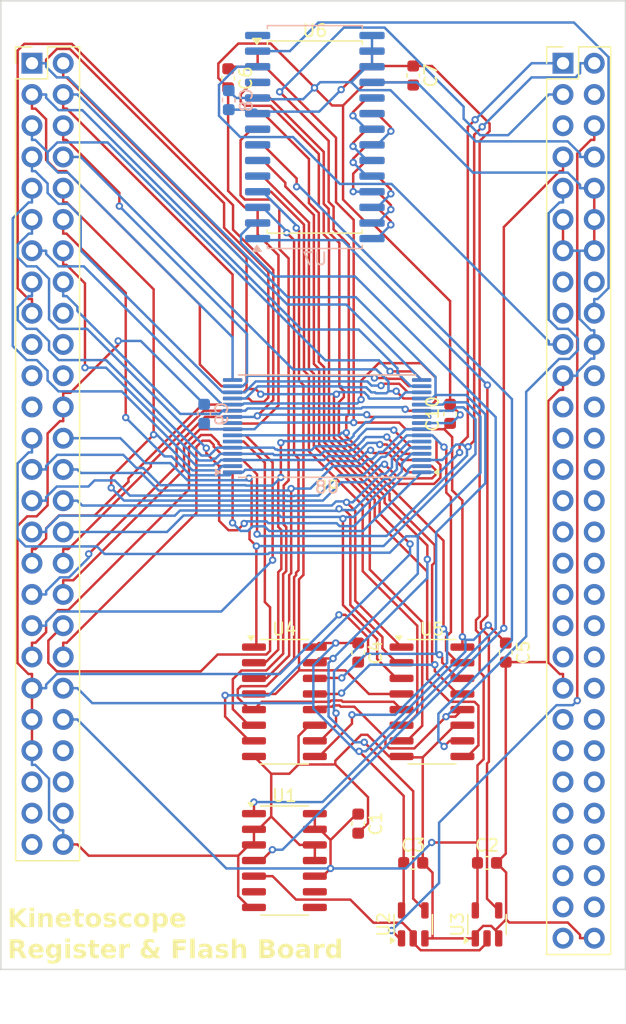
<source format=kicad_pcb>
(kicad_pcb (version 20240108) (generator "pcbnew") (generator_version "8.0")
  (layers (0 "F.Cu" signal) (31 "B.Cu" signal) (34 "B.Paste" user) (35 "F.Paste" user) (36 "B.SilkS" user "B.Silkscreen") (37 "F.SilkS" user "F.Silkscreen") (38 "B.Mask" user) (39 "F.Mask" user) (44 "Edge.Cuts" user))
  (net 0 "")
  (net 1 "/SEGA_D10")
  (net 2 "/kinetoscope-header-internal/~{SEGA_WE_UB}")
  (net 3 "/SEGA_A13")
  (net 4 "/kinetoscope-header-internal/SRAM_D_IN9")
  (net 5 "/kinetoscope-header-internal/SRAM_W_A0")
  (net 6 "/kinetoscope-header-internal/SRAM_W_A10")
  (net 7 "/kinetoscope-header-internal/SEGA_A22")
  (net 8 "/kinetoscope-header-internal/SRAM_D_IN10")
  (net 9 "/kinetoscope-header-internal/SRAM_DIS_2")
  (net 10 "/kinetoscope-header-internal/SRAM_DIS_1")
  (net 11 "/SEGA_A1")
  (net 12 "/SEGA_D9")
  (net 13 "/SEGA_D12")
  (net 14 "/SEGA_A2")
  (net 15 "/SEGA_A14")
  (net 16 "/kinetoscope-header-internal/SEGA_A18")
  (net 17 "/kinetoscope-header-internal/~{SEGA_REGISTER}")
  (net 18 "/kinetoscope-header-internal/SRAM_W_A16")
  (net 19 "/kinetoscope-header-internal/SRAM_W_A8")
  (net 20 "/SEGA_A11")
  (net 21 "/kinetoscope-header-internal/SEGA_A21")
  (net 22 "/SEGA_D11")
  (net 23 "/kinetoscope-header-internal/SRAM_D_IN0")
  (net 24 "/kinetoscope-header-internal/SEGA_A20")
  (net 25 "/SEGA_D8")
  (net 26 "/SEGA_A15")
  (net 27 "/kinetoscope-header-internal/SRAM_W_A18")
  (net 28 "/kinetoscope-header-internal/SRAM_W_A3")
  (net 29 "/kinetoscope-header-internal/SRAM_D_IN1")
  (net 30 "/kinetoscope-header-internal/SRAM_D_IN2")
  (net 31 "/~{FLASH_OE}")
  (net 32 "/~{FLASH_WE}")
  (net 33 "/kinetoscope-header-internal/SRAM_W_A13")
  (net 34 "/kinetoscope-header-internal/~{SRAM_CE2}")
  (net 35 "/kinetoscope-header-internal/~{SEGA_RESET}")
  (net 36 "/kinetoscope-header-internal/SRAM_W_A7")
  (net 37 "/SEGA_A6")
  (net 38 "/kinetoscope-header-internal/SRAM_W_A4")
  (net 39 "/SEGA_A4")
  (net 40 "/kinetoscope-header-internal/SEGA_A19")
  (net 41 "/kinetoscope-header-internal/SRAM_D_IN7")
  (net 42 "/kinetoscope-header-internal/SRAM_D_IN8")
  (net 43 "/SEGA_A16")
  (net 44 "/kinetoscope-header-internal/SRAM_W_A2")
  (net 45 "/kinetoscope-header-internal/SRAM_W_A6")
  (net 46 "/kinetoscope-header-internal/SRAM_W_A9")
  (net 47 "/SEGA_A9")
  (net 48 "/kinetoscope-header-internal/SRAM_W_A12")
  (net 49 "/kinetoscope-header-internal/~{SEGA_CE}")
  (net 50 "/kinetoscope-header-internal/SRAM_D_IN14")
  (net 51 "/kinetoscope-header-internal/SRAM_D_IN5")
  (net 52 "/SEGA_A5")
  (net 53 "/kinetoscope-header-internal/~{SEGA_AS}")
  (net 54 "/kinetoscope-header-internal/SEGA_A23")
  (net 55 "/SEGA_A17")
  (net 56 "/kinetoscope-header-internal/SRAM_D_IN13")
  (net 57 "/SEGA_D13")
  (net 58 "/kinetoscope-header-internal/SRAM_D_IN12")
  (net 59 "/kinetoscope-header-internal/SRAM_W_A1")
  (net 60 "/~{FLASH_CE}")
  (net 61 "/SEGA_A8")
  (net 62 "/kinetoscope-header-internal/SRAM_D_IN6")
  (net 63 "/kinetoscope-header-internal/~{SEGA_WE_LB}")
  (net 64 "/kinetoscope-header-internal/SRAM_D_IN3")
  (net 65 "/kinetoscope-header-internal/~{SRAM_WE}")
  (net 66 "/SEGA_A7")
  (net 67 "/SEGA_A10")
  (net 68 "/kinetoscope-header-internal/SRAM_W_A11")
  (net 69 "/kinetoscope-header-internal/SRAM_W_A15")
  (net 70 "/kinetoscope-header-internal/SRAM_W_A17")
  (net 71 "/SEGA_D14")
  (net 72 "/kinetoscope-header-internal/SRAM_D_IN15")
  (net 73 "/kinetoscope-header-internal/SRAM_W_A5")
  (net 74 "/SEGA_A3")
  (net 75 "/kinetoscope-header-internal/SRAM_D_IN4")
  (net 76 "/kinetoscope-header-internal/SRAM_W_A14")
  (net 77 "/kinetoscope-header-internal/~{SRAM_CE1}")
  (net 78 "/SEGA_D15")
  (net 79 "/kinetoscope-header-internal/SRAM_D_IN11")
  (net 80 "/SEGA_A12")
  (net 82 "/sync-token-internal/TOKEN_INT")
  (net 85 "/register-file-internal/D_MID1")
  (net 86 "/register-file-internal/D_MID2")
  (net 87 "/register-file-internal/D_MID3")
  (net 88 "/register-file-internal/D_MID0")
  (net 89 "/register-file-internal/D_MID5")
  (net 90 "/register-file-internal/D_MID4")
  (net 91 "/register-file-internal/D_MID7")
  (net 92 "/register-file-internal/D_MID6")
  (net 93 "/GND")
  (net 94 "/3V")
  (net 95 "/5V")
  (net 96 "/SEGA_D7")
  (net 97 "/SEGA_D5")
  (net 98 "/SEGA_D2")
  (net 99 "/SEGA_D4")
  (net 100 "/SEGA_D6")
  (net 101 "/SEGA_D3")
  (net 102 "/SEGA_D0")
  (net 103 "/~{SYNC_OE}")
  (net 104 "/SCL")
  (net 105 "/SDA")
  (net 106 "/SEGA_D1")
  (net 107 "/~{RESET_3V}")
  (net 108 "/~{REG_WE}")
  (net 109 "/~{SYNC_SET}")
  (net 110 "/~{SYNC_CLR}")
  (net 111 "/TOKEN_3V")
  (net 112 "/REG_R_A0")
  (net 113 "/REG_R_A1")
  (net 114 "/REG_R_D6")
  (net 115 "/REG_R_D3")
  (net 116 "/REG_R_D4")
  (net 117 "/REG_R_D2")
  (net 118 "/REG_R_D1")
  (net 119 "/REG_R_D7")
  (net 120 "/REG_R_D5")
  (net 121 "/REG_R_D0")
  (net 122 "/port-expander-internal/GPB5")
  (net 123 "/port-expander-internal/GPB7")
  (net 127 "/port-expander-internal/GPB4")
  (net 129 "/port-expander-internal/GPB6")
  (footprint "Capacitor_SMD:C_0603_1608Metric" (layer "F.Cu") (at 60 90)
    (property "Reference" "C2")
    (property "Value" "22nF")
  )
  (footprint "Capacitor_SMD:C_0603_1608Metric" (layer "F.Cu") (at 49.525 86.81 -90)
    (property "Reference" "C1")
    (property "Value" "22nF")
  )
  (footprint "Package_SO:SOIC-16_3.9x9.9mm_P1.27mm" (layer "F.Cu") (at 43.525 76.905)
    (property "Reference" "U4")
    (property "Value" "CD74HC670M96")
  )
  (footprint "Package_SO:TSOP-I-32_14.4x8mm_P0.5mm" (layer "F.Cu") (at 47 54.5 180)
    (property "Reference" "U9")
    (property "Value" "SST39SF010A-55-4I-WHE")
  )
  (footprint "Capacitor_SMD:C_0603_1608Metric" (layer "F.Cu") (at 57 53.5 90)
    (property "Reference" "C10")
    (property "Value" "22nF")
  )
  (footprint "Package_SO:SOIC-24W_7.5x15.4mm_P1.27mm" (layer "F.Cu") (at 46 31)
    (property "Reference" "U6")
    (property "Value" "SN74LVC8T245DWRG4")
  )
  (footprint "kinetoscope-cart-header:kinetoscope-cart-header" (layer "F.Cu") (at 23 25)
    (property "Reference" "J1" (hide yes))
    (property "Value" "~" (hide yes))
    (fp_rect (start -2.54 -5.08) (end 48.26 73.66) (stroke (width 0.12)) (fill none) (layer "Edge.Cuts"))
  )
  (footprint "Package_TO_SOT_SMD:SOT-23-5" (layer "F.Cu") (at 54 95 90)
    (property "Reference" "U2")
    (property "Value" "SN74LV1T125DBVRG4")
  )
  (footprint "Package_TO_SOT_SMD:SOT-23-5" (layer "F.Cu") (at 60 95 90)
    (property "Reference" "U3")
    (property "Value" "SN74LV1T125DBVRG4")
  )
  (footprint "Capacitor_SMD:C_0603_1608Metric" (layer "F.Cu") (at 54 90)
    (property "Reference" "C3")
    (property "Value" "22nF")
  )
  (footprint "Capacitor_SMD:C_0603_1608Metric" (layer "F.Cu") (at 49.525 72.905 -90)
    (property "Reference" "C4")
    (property "Value" "22nF")
  )
  (footprint "Package_SO:SOIC-16_3.9x9.9mm_P1.27mm" (layer "F.Cu") (at 55.525 76.905)
    (property "Reference" "U5")
    (property "Value" "CD74HC670M96")
  )
  (footprint "Package_SO:SO-14_3.9x8.65mm_P1.27mm" (layer "F.Cu") (at 43.525 89.81)
    (property "Reference" "U1")
    (property "Value" "74AHC74D,118")
  )
  (footprint "Capacitor_SMD:C_0603_1608Metric" (layer "F.Cu") (at 61.525 72.905 -90)
    (property "Reference" "C5")
    (property "Value" "22nF")
  )
  (footprint "Capacitor_SMD:C_0603_1608Metric" (layer "F.Cu") (at 38.95 26.225 -90)
    (property "Reference" "C6")
    (property "Value" "22nF")
  )
  (footprint "Capacitor_SMD:C_0603_1608Metric" (layer "F.Cu") (at 54 26 -90)
    (property "Reference" "C7")
    (property "Value" "22nF")
  )
  (footprint "Package_SO:SOIC-28W_7.5x17.9mm_P1.27mm" (layer "B.Cu") (at 46 31)
    (property "Reference" "U7")
    (property "Value" "MCP23017-E/SO")
  )
  (footprint "Capacitor_SMD:C_0603_1608Metric" (layer "B.Cu") (at 37 53.5 90)
    (property "Reference" "C9")
    (property "Value" "22nF")
  )
  (footprint "Package_SO:TSOP-I-32_14.4x8mm_P0.5mm" (layer "B.Cu") (at 47 54.5)
    (property "Reference" "U8")
    (property "Value" "SST39SF010A-55-4I-WHE")
  )
  (footprint "Capacitor_SMD:C_0603_1608Metric" (layer "B.Cu") (at 39 28 90)
    (property "Reference" "C8")
    (property "Value" "22nF")
  )
  (gr_text "Kinetoscope\nRegister & Flash Board" (at 21 98 0) (layer "F.SilkS") (effects (font (size 1.5 1.5) (thickness 0.25) (bold yes)) (justify left bottom)))
  (segment (start 37.0774 53.75) (end 39.3125 53.75) (width 0.2) (layer "F.Cu") (net 1))
  (segment (start 27.6146 64.8876) (end 34.7598 57.7424) (width 0.2) (layer "F.Cu") (net 1))
  (segment (start 34.7598 56.0676) (end 37.0774 53.75) (width 0.2) (layer "F.Cu") (net 1))
  (segment (start 34.7598 57.7424) (end 34.7598 56.0676) (width 0.2) (layer "F.Cu") (net 1))
  (via (at 27.6146 64.8876) (size 0.6) (drill 0.3) (layers "F.Cu" "B.Cu") (net 1))
  (segment (start 24.1517 67.9115) (end 25.2715 66.7917) (width 0.2) (layer "B.Cu") (net 1))
  (segment (start 26.018 66.7917) (end 27.6146 65.1951) (width 0.2) (layer "B.Cu") (net 1))
  (segment (start 25.2715 66.7917) (end 26.018 66.7917) (width 0.2) (layer "B.Cu") (net 1))
  (segment (start 23 68.18) (end 24.1517 68.18) (width 0.2) (layer "B.Cu") (net 1))
  (segment (start 24.1517 68.18) (end 24.1517 67.9115) (width 0.2) (layer "B.Cu") (net 1))
  (segment (start 27.6146 65.1951) (end 27.6146 64.8876) (width 0.2) (layer "B.Cu") (net 1))
  (segment (start 55.8155 50.5363) (end 55.8155 52.46) (width 0.2) (layer "F.Cu") (net 3))
  (segment (start 51.1903 49.383) (end 54.6622 49.383) (width 0.2) (layer "F.Cu") (net 3))
  (segment (start 49.7623 50.811) (end 51.1903 49.383) (width 0.2) (layer "F.Cu") (net 3))
  (segment (start 49.7623 52.3426) (end 49.7623 50.811) (width 0.2) (layer "F.Cu") (net 3))
  (segment (start 55.8155 52.46) (end 55.5255 52.75) (width 0.2) (layer "F.Cu") (net 3))
  (segment (start 55.5255 52.75) (end 54.6875 52.75) (width 0.2) (layer "F.Cu") (net 3))
  (segment (start 54.6622 49.383) (end 55.8155 50.5363) (width 0.2) (layer "F.Cu") (net 3))
  (via (at 49.7623 52.3426) (size 0.6) (drill 0.3) (layers "F.Cu" "B.Cu") (net 3))
  (segment (start 39.3125 52.75) (end 38.4583 52.75) (width 0.2) (layer "B.Cu") (net 3))
  (segment (start 49.7623 52.3426) (end 49.4484 52.6565) (width 0.2) (layer "B.Cu") (net 3))
  (segment (start 40.2266 52.6565) (end 40.1331 52.75) (width 0.2) (layer "B.Cu") (net 3))
  (segment (start 38.4583 52.75) (end 27.2183 41.51) (width 0.2) (layer "B.Cu") (net 3))
  (segment (start 49.4484 52.6565) (end 40.2266 52.6565) (width 0.2) (layer "B.Cu") (net 3))
  (segment (start 27.2183 41.51) (end 25.1532 41.51) (width 0.2) (layer "B.Cu") (net 3))
  (segment (start 25.1532 41.51) (end 24.1517 40.5085) (width 0.2) (layer "B.Cu") (net 3))
  (segment (start 40.1331 52.75) (end 39.3125 52.75) (width 0.2) (layer "B.Cu") (net 3))
  (segment (start 24.1517 40.5085) (end 24.1517 40.24) (width 0.2) (layer "B.Cu") (net 3))
  (segment (start 23 40.24) (end 24.1517 40.24) (width 0.2) (layer "B.Cu") (net 3))
  (segment (start 25.0224 23.8414) (end 26.0847 23.8414) (width 0.2) (layer "F.Cu") (net 11))
  (segment (start 38.6222 36.3789) (end 38.6222 38.3673) (width 0.2) (layer "F.Cu") (net 11))
  (segment (start 23 25) (end 24.1517 25) (width 0.2) (layer "F.Cu") (net 11))
  (segment (start 38.6222 38.3673) (end 42.2183 41.9634) (width 0.2) (layer "F.Cu") (net 11))
  (segment (start 56.3572 73.2966) (end 56.1393 73.0787) (width 0.2) (layer "F.Cu") (net 11))
  (segment (start 26.0847 23.8414) (end 38.6222 36.3789) (width 0.2) (layer "F.Cu") (net 11))
  (segment (start 24.1517 24.7121) (end 25.0224 23.8414) (width 0.2) (layer "F.Cu") (net 11))
  (segment (start 58 75) (end 57.6372 75) (width 0.2) (layer "F.Cu") (net 11))
  (segment (start 56.3572 73.72) (end 56.3572 73.2966) (width 0.2) (layer "F.Cu") (net 11))
  (segment (start 40.6351 52.25) (end 39.3125 52.25) (width 0.2) (layer "F.Cu") (net 11))
  (segment (start 42.2183 41.9634) (end 42.2183 52.1753) (width 0.2) (layer "F.Cu") (net 11))
  (segment (start 40.9114 52.5263) (end 40.6351 52.25) (width 0.2) (layer "F.Cu") (net 11))
  (segment (start 42.2183 52.1753) (end 41.8673 52.5263) (width 0.2) (layer "F.Cu") (net 11))
  (segment (start 41.8673 52.5263) (end 40.9114 52.5263) (width 0.2) (layer "F.Cu") (net 11))
  (segment (start 57.6372 75) (end 56.3572 73.72) (width 0.2) (layer "F.Cu") (net 11))
  (segment (start 24.1517 25) (end 24.1517 24.7121) (width 0.2) (layer "F.Cu") (net 11))
  (segment (start 46.0344 74.9656) (end 46 75) (width 0.2) (layer "F.Cu") (net 11))
  (segment (start 48.1942 74.9656) (end 46.0344 74.9656) (width 0.2) (layer "F.Cu") (net 11))
  (via (at 56.1393 73.0787) (size 0.6) (drill 0.3) (layers "F.Cu" "B.Cu") (net 11))
  (via (at 48.1942 74.9656) (size 0.6) (drill 0.3) (layers "F.Cu" "B.Cu") (net 11))
  (segment (start 59.8662 59.1379) (end 59.8662 53.537) (width 0.2) (layer "B.Cu") (net 11))
  (segment (start 55.8622 73.0082) (end 55.8622 63.1419) (width 0.2) (layer "B.Cu") (net 11))
  (segment (start 55.8124 51.9687) (end 55.8124 50.4944) (width 0.2) (layer "B.Cu") (net 11))
  (segment (start 54.6875 52.25) (end 55.5311 52.25) (width 0.2) (layer "B.Cu") (net 11))
  (segment (start 55.9327 73.0787) (end 55.8622 73.0082) (width 0.2) (layer "B.Cu") (net 11))
  (segment (start 56.1393 73.0787) (end 55.9327 73.0787) (width 0.2) (layer "B.Cu") (net 11))
  (segment (start 59.8662 53.537) (end 58.2979 51.9687) (width 0.2) (layer "B.Cu") (net 11))
  (segment (start 55.8124 50.4944) (end 49.33 44.012) (width 0.2) (layer "B.Cu") (net 11))
  (segment (start 43.7934 44.012) (end 25.9331 26.1517) (width 0.2) (layer "B.Cu") (net 11))
  (segment (start 55.5311 52.25) (end 55.8124 51.9687) (width 0.2) (layer "B.Cu") (net 11))
  (segment (start 24.1517 25.288) (end 24.1517 25) (width 0.2) (layer "B.Cu") (net 11))
  (segment (start 55.8622 73.0082) (end 50.1516 73.0082) (width 0.2) (layer "B.Cu") (net 11))
  (segment (start 49.33 44.012) (end 43.7934 44.012) (width 0.2) (layer "B.Cu") (net 11))
  (segment (start 55.8622 63.1419) (end 59.8662 59.1379) (width 0.2) (layer "B.Cu") (net 11))
  (segment (start 25.9331 26.1517) (end 25.0154 26.1517) (width 0.2) (layer "B.Cu") (net 11))
  (segment (start 50.1516 73.0082) (end 48.1942 74.9656) (width 0.2) (layer "B.Cu") (net 11))
  (segment (start 23 25) (end 24.1517 25) (width 0.2) (layer "B.Cu") (net 11))
  (segment (start 58.2979 51.9687) (end 55.8124 51.9687) (width 0.2) (layer "B.Cu") (net 11))
  (segment (start 25.0154 26.1517) (end 24.1517 25.288) (width 0.2) (layer "B.Cu") (net 11))
  (segment (start 32.6619 57.79) (end 32.6619 57.5473) (width 0.2) (layer "F.Cu") (net 12))
  (segment (start 32.6619 57.5473) (end 36.9592 53.25) (width 0.2) (layer "F.Cu") (net 12))
  (segment (start 25.9636 64.4883) (end 32.6619 57.79) (width 0.2) (layer "F.Cu") (net 12))
  (segment (start 25.54 64.4883) (end 25.9636 64.4883) (width 0.2) (layer "F.Cu") (net 12))
  (segment (start 36.9592 53.25) (end 39.3125 53.25) (width 0.2) (layer "F.Cu") (net 12))
  (segment (start 25.54 65.64) (end 25.54 64.4883) (width 0.2) (layer "F.Cu") (net 12))
  (segment (start 40.37 55.25) (end 39.3125 55.25) (width 0.2) (layer "F.Cu") (net 13))
  (segment (start 42.5691 65.3896) (end 42.5691 57.4491) (width 0.2) (layer "F.Cu") (net 13))
  (segment (start 42.5691 57.4491) (end 40.37 55.25) (width 0.2) (layer "F.Cu") (net 13))
  (via (at 42.5691 65.3896) (size 0.6) (drill 0.3) (layers "F.Cu" "B.Cu") (net 13))
  (segment (start 23 70.72) (end 24.1517 70.72) (width 0.2) (layer "B.Cu") (net 13))
  (segment (start 25.0154 69.5683) (end 38.3904 69.5683) (width 0.2) (layer "B.Cu") (net 13))
  (segment (start 24.1517 70.432) (end 25.0154 69.5683) (width 0.2) (layer "B.Cu") (net 13))
  (segment (start 38.3904 69.5683) (end 42.5691 65.3896) (width 0.2) (layer "B.Cu") (net 13))
  (segment (start 24.1517 70.72) (end 24.1517 70.432) (width 0.2) (layer "B.Cu") (net 13))
  (segment (start 55.5375 73.6739) (end 55.7555 73.8919) (width 0.2) (layer "F.Cu") (net 14))
  (segment (start 47.5553 52.1015) (end 47.5553 55.4702) (width 0.2) (layer "F.Cu") (net 14))
  (segment (start 55.7498 65.5808) (end 55.5375 65.7931) (width 0.2) (layer "F.Cu") (net 14))
  (segment (start 39.3125 51.75) (end 40.1832 51.75) (width 0.2) (layer "F.Cu") (net 14))
  (segment (start 40.4476 51.4856) (end 41.1808 51.4856) (width 0.2) (layer "F.Cu") (net 14))
  (segment (start 47.7554 51.9014) (end 47.5553 52.1015) (width 0.2) (layer "F.Cu") (net 14))
  (segment (start 55.7498 64.1722) (end 55.7498 65.5808) (width 0.2) (layer "F.Cu") (net 14))
  (segment (start 55.5375 65.7931) (end 55.5375 73.6739) (width 0.2) (layer "F.Cu") (net 14))
  (segment (start 48.0979 76.27) (end 48.1721 76.1958) (width 0.2) (layer "F.Cu") (net 14))
  (segment (start 25.54 26.1517) (end 25.8085 26.1517) (width 0.2) (layer "F.Cu") (net 14))
  (segment (start 52.0743 60.4967) (end 55.7498 64.1722) (width 0.2) (layer "F.Cu") (net 14))
  (segment (start 57.6131 76.27) (end 55.7555 74.4124) (width 0.2) (layer "F.Cu") (net 14))
  (segment (start 40.1832 51.75) (end 40.4476 51.4856) (width 0.2) (layer "F.Cu") (net 14))
  (segment (start 58 76.27) (end 57.6131 76.27) (width 0.2) (layer "F.Cu") (net 14))
  (segment (start 52.0743 59.9892) (end 52.0743 60.4967) (width 0.2) (layer "F.Cu") (net 14))
  (segment (start 25.8085 26.1517) (end 40.4476 40.7908) (width 0.2) (layer "F.Cu") (net 14))
  (segment (start 46 76.27) (end 48.0979 76.27) (width 0.2) (layer "F.Cu") (net 14))
  (segment (start 41.1808 51.4856) (end 41.5966 51.9014) (width 0.2) (layer "F.Cu") (net 14))
  (segment (start 25.54 25) (end 25.54 26.1517) (width 0.2) (layer "F.Cu") (net 14))
  (segment (start 47.5553 55.4702) (end 52.0743 59.9892) (width 0.2) (layer "F.Cu") (net 14))
  (segment (start 40.4476 40.7908) (end 40.4476 51.4856) (width 0.2) (layer "F.Cu") (net 14))
  (segment (start 55.7555 74.4124) (end 55.7555 73.8919) (width 0.2) (layer "F.Cu") (net 14))
  (via (at 41.5966 51.9014) (size 0.6) (drill 0.3) (layers "F.Cu" "B.Cu") (net 14))
  (via (at 48.1721 76.1958) (size 0.6) (drill 0.3) (layers "F.Cu" "B.Cu") (net 14))
  (via (at 47.7554 51.9014) (size 0.6) (drill 0.3) (layers "F.Cu" "B.Cu") (net 14))
  (via (at 55.7555 73.8919) (size 0.6) (drill 0.3) (layers "F.Cu" "B.Cu") (net 14))
  (segment (start 47.7554 51.9014) (end 47.9159 51.7409) (width 0.2) (layer "B.Cu") (net 14))
  (segment (start 53.3735 51.7501) (end 53.3735 51.75) (width 0.2) (layer "B.Cu") (net 14))
  (segment (start 50.0115 51.7409) (end 50.364 52.0934) (width 0.2) (layer "B.Cu") (net 14))
  (segment (start 41.5966 51.9014) (end 47.7554 51.9014) (width 0.2) (layer "B.Cu") (net 14))
  (segment (start 47.9159 51.7409) (end 50.0115 51.7409) (width 0.2) (layer "B.Cu") (net 14))
  (segment (start 52.8645 52.2591) (end 53.3735 51.7501) (width 0.2) (layer "B.Cu") (net 14))
  (segment (start 50.364 52.0934) (end 50.364 52.1936) (width 0.2) (layer "B.Cu") (net 14))
  (segment (start 50.364 52.1936) (end 50.4295 52.2591) (width 0.2) (layer "B.Cu") (net 14))
  (segment (start 48.1721 76.1958) (end 50.476 73.8919) (width 0.2) (layer "B.Cu") (net 14))
  (segment (start 50.476 73.8919) (end 55.7555 73.8919) (width 0.2) (layer "B.Cu") (net 14))
  (segment (start 50.4295 52.2591) (end 52.8645 52.2591) (width 0.2) (layer "B.Cu") (net 14))
  (segment (start 53.3735 51.75) (end 54.6875 51.75) (width 0.2) (layer "B.Cu") (net 14))
  (segment (start 25.54 40.24) (end 25.54 41.3917) (width 0.2) (layer "F.Cu") (net 15))
  (segment (start 25.54 41.3917) (end 25.8085 41.3917) (width 0.2) (layer "F.Cu") (net 15))
  (segment (start 53.2168 56.75) (end 51.8505 55.3837) (width 0.2) (layer "F.Cu") (net 15))
  (segment (start 27.3096 42.8928) (end 27.3096 49.747) (width 0.2) (layer "F.Cu") (net 15))
  (segment (start 25.8085 41.3917) (end 27.3096 42.8928) (width 0.2) (layer "F.Cu") (net 15))
  (segment (start 54.6875 56.75) (end 53.2168 56.75) (width 0.2) (layer "F.Cu") (net 15))
  (via (at 51.8505 55.3837) (size 0.6) (drill 0.3) (layers "F.Cu" "B.Cu") (net 15))
  (via (at 27.3096 49.747) (size 0.6) (drill 0.3) (layers "F.Cu" "B.Cu") (net 15))
  (segment (start 36.5655 57.2892) (end 29.0233 49.747) (width 0.2) (layer "B.Cu") (net 15))
  (segment (start 39.3159 56.7534) (end 39.3125 56.75) (width 0.2) (layer "B.Cu") (net 15))
  (segment (start 48.8009 56.5401) (end 46.7703 56.5401) (width 0.2) (layer "B.Cu") (net 15))
  (segment (start 29.0233 49.747) (end 27.3096 49.747) (width 0.2) (layer "B.Cu") (net 15))
  (segment (start 49.1406 56.4353) (end 48.9057 56.4353) (width 0.2) (layer "B.Cu") (net 15))
  (segment (start 49.9639 55.612) (end 49.1406 56.4353) (width 0.2) (layer "B.Cu") (net 15))
  (segment (start 42.5984 56.7534) (end 39.3159 56.7534) (width 0.2) (layer "B.Cu") (net 15))
  (segment (start 37.5891 57.2892) (end 36.5655 57.2892) (width 0.2) (layer "B.Cu") (net 15))
  (segment (start 46.4608 56.8496) (end 42.6946 56.8496) (width 0.2) (layer "B.Cu") (net 15))
  (segment (start 49.9639 55.5678) (end 49.9639 55.612) (width 0.2) (layer "B.Cu") (net 15))
  (segment (start 48.9057 56.4353) (end 48.8009 56.5401) (width 0.2) (layer "B.Cu") (net 15))
  (segment (start 42.6946 56.8496) (end 42.5984 56.7534) (width 0.2) (layer "B.Cu") (net 15))
  (segment (start 39.3125 56.75) (end 38.3129 56.75) (width 0.2) (layer "B.Cu") (net 15))
  (segment (start 38.3129 56.75) (end 37.9253 57.1376) (width 0.2) (layer "B.Cu") (net 15))
  (segment (start 37.9253 57.1376) (end 37.7407 57.1376) (width 0.2) (layer "B.Cu") (net 15))
  (segment (start 37.7407 57.1376) (end 37.5891 57.2892) (width 0.2) (layer "B.Cu") (net 15))
  (segment (start 50.148 55.3837) (end 49.9639 55.5678) (width 0.2) (layer "B.Cu") (net 15))
  (segment (start 46.7703 56.5401) (end 46.4608 56.8496) (width 0.2) (layer "B.Cu") (net 15))
  (segment (start 51.8505 55.3837) (end 50.148 55.3837) (width 0.2) (layer "B.Cu") (net 15))
  (segment (start 39.7045 62.9618) (end 40.2549 62.4114) (width 0.2) (layer "F.Cu") (net 20))
  (segment (start 37.1721 56.6992) (end 37.1721 56.2857) (width 0.2) (layer "F.Cu") (net 20))
  (segment (start 39.3125 57.75) (end 38.2229 57.75) (width 0.2) (layer "F.Cu") (net 20))
  (segment (start 38.2229 62.1995) (end 38.9852 62.9618) (width 0.2) (layer "F.Cu") (net 20))
  (segment (start 38.9852 62.9618) (end 39.7045 62.9618) (width 0.2) (layer "F.Cu") (net 20))
  (segment (start 38.2229 57.75) (end 37.1721 56.6992) (width 0.2) (layer "F.Cu") (net 20))
  (segment (start 38.2229 57.75) (end 38.2229 62.1995) (width 0.2) (layer "F.Cu") (net 20))
  (via (at 40.2549 62.4114) (size 0.6) (drill 0.3) (layers "F.Cu" "B.Cu") (net 20))
  (via (at 37.1721 56.2857) (size 0.6) (drill 0.3) (layers "F.Cu" "B.Cu") (net 20))
  (segment (start 24.3883 45.8119) (end 25.1664 46.59) (width 0.2) (layer "B.Cu") (net 20))
  (segment (start 40.2549 62.4114) (end 40.4267 62.2396) (width 0.2) (layer "B.Cu") (net 20))
  (segment (start 53.5843 58.2357) (end 53.5843 58.0231) (width 0.2) (layer "B.Cu") (net 20))
  (segment (start 25.1664 46.59) (end 27.4764 46.59) (width 0.2) (layer "B.Cu") (net 20))
  (segment (start 22.7315 38.8517) (end 21.845 39.7382) (width 0.2) (layer "B.Cu") (net 20))
  (segment (start 24.3883 42.5258) (end 24.3883 45.8119) (width 0.2) (layer "B.Cu") (net 20))
  (segment (start 42.0767 62.2396) (end 42.2258 62.3887) (width 0.2) (layer "B.Cu") (net 20))
  (segment (start 23 38.8517) (end 22.7315 38.8517) (width 0.2) (layer "B.Cu") (net 20))
  (segment (start 21.845 39.7382) (end 21.845 40.7783) (width 0.2) (layer "B.Cu") (net 20))
  (segment (start 40.4267 62.2396) (end 42.0767 62.2396) (width 0.2) (layer "B.Cu") (net 20))
  (segment (start 23.3725 41.51) (end 24.3883 42.5258) (width 0.2) (layer "B.Cu") (net 20))
  (segment (start 21.845 40.7783) (end 22.5767 41.51) (width 0.2) (layer "B.Cu") (net 20))
  (segment (start 22.5767 41.51) (end 23.3725 41.51) (width 0.2) (layer "B.Cu") (net 20))
  (segment (start 48.0089 62.6237) (end 49.1963 62.6237) (width 0.2) (layer "B.Cu") (net 20))
  (segment (start 49.1963 62.6237) (end 53.5843 58.2357) (width 0.2) (layer "B.Cu") (net 20))
  (segment (start 42.2258 62.3887) (end 47.7739 62.3887) (width 0.2) (layer "B.Cu") (net 20))
  (segment (start 27.4764 46.59) (end 37.1721 56.2857) (width 0.2) (layer "B.Cu") (net 20))
  (segment (start 23 37.7) (end 23 38.8517) (width 0.2) (layer "B.Cu") (net 20))
  (segment (start 47.7739 62.3887) (end 48.0089 62.6237) (width 0.2) (layer "B.Cu") (net 20))
  (segment (start 53.8574 57.75) (end 54.6875 57.75) (width 0.2) (layer "B.Cu") (net 20))
  (segment (start 53.5843 58.0231) (end 53.8574 57.75) (width 0.2) (layer "B.Cu") (net 20))
  (segment (start 35.3632 58.0242) (end 35.3632 56.038) (width 0.2) (layer "F.Cu") (net 22))
  (segment (start 36.6512 54.75) (end 39.3125 54.75) (width 0.2) (layer "F.Cu") (net 22))
  (segment (start 35.3632 56.038) (end 36.6512 54.75) (width 0.2) (layer "F.Cu") (net 22))
  (segment (start 25.54 68.18) (end 25.54 67.0283) (width 0.2) (layer "F.Cu") (net 22))
  (segment (start 26.3591 67.0283) (end 35.3632 58.0242) (width 0.2) (layer "F.Cu") (net 22))
  (segment (start 25.54 67.0283) (end 26.3591 67.0283) (width 0.2) (layer "F.Cu") (net 22))
  (segment (start 30.8471 59.0156) (end 30.8471 58.746) (width 0.2) (layer "F.Cu") (net 25))
  (segment (start 23 65.64) (end 23 64.4883) (width 0.2) (layer "F.Cu") (net 25))
  (segment (start 23.288 64.4883) (end 24.1517 63.6246) (width 0.2) (layer "F.Cu") (net 25))
  (segment (start 28.1059 61.7568) (end 30.8471 59.0156) (width 0.2) (layer "F.Cu") (net 25))
  (segment (start 30.8471 58.746) (end 36.8431 52.75) (width 0.2) (layer "F.Cu") (net 25))
  (segment (start 24.1517 63.6246) (end 24.1517 62.7999) (width 0.2) (layer "F.Cu") (net 25))
  (segment (start 25.1948 61.7568) (end 28.1059 61.7568) (width 0.2) (layer "F.Cu") (net 25))
  (segment (start 24.1517 62.7999) (end 25.1948 61.7568) (width 0.2) (layer "F.Cu") (net 25))
  (segment (start 36.8431 52.75) (end 39.3125 52.75) (width 0.2) (layer "F.Cu") (net 25))
  (segment (start 23 64.4883) (end 23.288 64.4883) (width 0.2) (layer "F.Cu") (net 25))
  (segment (start 54.6875 56.25) (end 53.8507 56.25) (width 0.2) (layer "F.Cu") (net 26))
  (segment (start 53.8507 56.25) (end 52.4214 54.8207) (width 0.2) (layer "F.Cu") (net 26))
  (via (at 52.4214 54.8207) (size 0.6) (drill 0.3) (layers "F.Cu" "B.Cu") (net 26))
  (segment (start 49.5622 55.3787) (end 49.5622 55.4457) (width 0.2) (layer "B.Cu") (net 26))
  (segment (start 48.9743 56.0336) (end 48.6243 56.0336) (width 0.2) (layer "B.Cu") (net 26))
  (segment (start 22.5484 46.59) (end 21.8447 45.8863) (width 0.2) (layer "B.Cu") (net 26))
  (segment (start 21.8447 45.8863) (end 21.8447 44.8185) (width 0.2) (layer "B.Cu") (net 26))
  (segment (start 38.0603 56.25) (end 37.4228 56.8875) (width 0.2) (layer "B.Cu") (net 26))
  (segment (start 21.8447 44.8185) (end 22.7315 43.9317) (width 0.2) (layer "B.Cu") (net 26))
  (segment (start 42.8102 56.3972) (end 42.663 56.25) (width 0.2) (layer "B.Cu") (net 26))
  (segment (start 24.3883 47.6026) (end 23.3757 46.59) (width 0.2) (layer "B.Cu") (net 26))
  (segment (start 39.3125 56.25) (end 38.0603 56.25) (width 0.2) (layer "B.Cu") (net 26))
  (segment (start 22.7315 43.9317) (end 23 43.9317) (width 0.2) (layer "B.Cu") (net 26))
  (segment (start 45.7265 56.4479) (end 42.9865 56.4479) (width 0.2) (layer "B.Cu") (net 26))
  (segment (start 42.663 56.25) (end 39.3125 56.25) (width 0.2) (layer "B.Cu") (net 26))
  (segment (start 42.9865 56.4479) (end 42.9358 56.3972) (width 0.2) (layer "B.Cu") (net 26))
  (segment (start 23 42.78) (end 23 43.9317) (width 0.2) (layer "B.Cu") (net 26))
  (segment (start 52.327 54.7263) (end 50.2146 54.7263) (width 0.2) (layer "B.Cu") (net 26))
  (segment (start 29.027 49.1315) (end 25.1794 49.1315) (width 0.2) (layer "B.Cu") (net 26))
  (segment (start 50.2146 54.7263) (end 49.5622 55.3787) (width 0.2) (layer "B.Cu") (net 26))
  (segment (start 48.5195 56.1384) (end 46.036 56.1384) (width 0.2) (layer "B.Cu") (net 26))
  (segment (start 52.4214 54.8207) (end 52.327 54.7263) (width 0.2) (layer "B.Cu") (net 26))
  (segment (start 49.5622 55.4457) (end 48.9743 56.0336) (width 0.2) (layer "B.Cu") (net 26))
  (segment (start 42.9358 56.3972) (end 42.8102 56.3972) (width 0.2) (layer "B.Cu") (net 26))
  (segment (start 37.4228 56.8875) (end 36.783 56.8875) (width 0.2) (layer "B.Cu") (net 26))
  (segment (start 25.1794 49.1315) (end 24.3883 48.3404) (width 0.2) (layer "B.Cu") (net 26))
  (segment (start 48.6243 56.0336) (end 48.5195 56.1384) (width 0.2) (layer "B.Cu") (net 26))
  (segment (start 23.3757 46.59) (end 22.5484 46.59) (width 0.2) (layer "B.Cu") (net 26))
  (segment (start 24.3883 48.3404) (end 24.3883 47.6026) (width 0.2) (layer "B.Cu") (net 26))
  (segment (start 46.036 56.1384) (end 45.7265 56.4479) (width 0.2) (layer "B.Cu") (net 26))
  (segment (start 36.783 56.8875) (end 29.027 49.1315) (width 0.2) (layer "B.Cu") (net 26))
  (segment (start 58.4378 55.3484) (end 58.4378 30.1879) (width 0.2) (layer "F.Cu") (net 31))
  (segment (start 58.4377 55.3484) (end 58.4378 55.3484) (width 0.2) (layer "F.Cu") (net 31))
  (segment (start 57.7701 56.6412) (end 57.7701 56.016) (width 0.2) (layer "F.Cu") (net 31))
  (segment (start 39.3125 58.25) (end 39.3125 62.3595) (width 0.2) (layer "F.Cu") (net 31))
  (segment (start 57.7701 56.016) (end 58.4377 55.3484) (width 0.2) (layer "F.Cu") (net 31))
  (segment (start 58.4378 30.1879) (end 59.0344 29.5913) (width 0.2) (layer "F.Cu") (net 31))
  (via (at 39.3125 62.3595) (size 0.6) (drill 0.3) (layers "F.Cu" "B.Cu") (net 31))
  (via (at 59.0344 29.5913) (size 0.6) (drill 0.3) (layers "F.Cu" "B.Cu") (net 31))
  (via (at 57.7701 56.6412) (size 0.6) (drill 0.3) (layers "F.Cu" "B.Cu") (net 31))
  (segment (start 39.9702 63.0172) (end 39.3125 62.3595) (width 0.2) (layer "B.Cu") (net 31))
  (segment (start 54.6875 58.25) (end 56.1613 58.25) (width 0.2) (layer "B.Cu") (net 31))
  (segment (start 66.18 25) (end 63.6257 25) (width 0.2) (layer "B.Cu") (net 31))
  (segment (start 40.5693 63.0172) (end 39.9702 63.0172) (width 0.2) (layer "B.Cu") (net 31))
  (segment (start 41.9104 62.6413) (end 40.9452 62.6413) (width 0.2) (layer "B.Cu") (net 31))
  (segment (start 42.2945 63.0254) (end 41.9104 62.6413) (width 0.2) (layer "B.Cu") (net 31))
  (segment (start 54.6875 58.25) (end 49.9121 63.0254) (width 0.2) (layer "B.Cu") (net 31))
  (segment (start 56.1613 58.25) (end 57.7701 56.6412) (width 0.2) (layer "B.Cu") (net 31))
  (segment (start 40.9452 62.6413) (end 40.5693 63.0172) (width 0.2) (layer "B.Cu") (net 31))
  (segment (start 63.6257 25) (end 59.0344 29.5913) (width 0.2) (layer "B.Cu") (net 31))
  (segment (start 49.9121 63.0254) (end 42.2945 63.0254) (width 0.2) (layer "B.Cu") (net 31))
  (segment (start 47.5275 36.6686) (end 47.5275 38.5072) (width 0.2) (layer "F.Cu") (net 32))
  (segment (start 48.7588 53.5664) (end 48.5588 53.7664) (width 0.2) (layer "F.Cu") (net 32))
  (segment (start 52.4127 59.1916) (end 48.5147 55.2936) (width 0.2) (layer "F.Cu") (net 32))
  (segment (start 47.1258 36.2669) (end 47.5275 36.6686) (width 0.2) (layer "F.Cu") (net 32))
  (segment (start 56.2107 58.6849) (end 55.704 59.1916) (width 0.2) (layer "F.Cu") (net 32))
  (segment (start 48.5147 55.2936) (end 48.5147 55.0743) (width 0.2) (layer "F.Cu") (net 32))
  (segment (start 48.5588 53.7664) (end 48.5588 55.0302) (width 0.2) (layer "F.Cu") (net 32))
  (segment (start 55.8927 57.3321) (end 56.2107 57.6501) (width 0.2) (layer "F.Cu") (net 32))
  (segment (start 55.8927 55.583) (end 55.8927 57.3321) (width 0.2) (layer "F.Cu") (net 32))
  (segment (start 48.5147 55.0743) (end 48.5588 55.0302) (width 0.2) (layer "F.Cu") (net 32))
  (segment (start 47.1258 31.3079) (end 47.1258 36.2669) (width 0.2) (layer "F.Cu") (net 32))
  (segment (start 56.2107 57.6501) (end 56.2107 58.6849) (width 0.2) (layer "F.Cu") (net 32))
  (segment (start 54.6875 55.25) (end 55.5597 55.25) (width 0.2) (layer "F.Cu") (net 32))
  (segment (start 47.5275 38.5072) (end 48.7588 39.7385) (width 0.2) (layer "F.Cu") (net 32))
  (segment (start 48.7588 39.7385) (end 48.7588 53.5664) (width 0.2) (layer "F.Cu") (net 32))
  (segment (start 55.704 59.1916) (end 52.4127 59.1916) (width 0.2) (layer "F.Cu") (net 32))
  (segment (start 55.5597 55.25) (end 55.8927 55.583) (width 0.2) (layer "F.Cu") (net 32))
  (segment (start 43.1416 27.3237) (end 47.1258 31.3079) (width 0.2) (layer "F.Cu") (net 32))
  (via (at 48.5588 55.0302) (size 0.6) (drill 0.3) (layers "F.Cu" "B.Cu") (net 32))
  (via (at 43.1416 27.3237) (size 0.6) (drill 0.3) (layers "F.Cu" "B.Cu") (net 32))
  (segment (start 47.9854 55.2444) (end 48.1996 55.0302) (width 0.2) (layer "B.Cu") (net 32))
  (segment (start 58.0978 28.5281) (end 58.0978 29.506) (width 0.2) (layer "B.Cu") (net 32))
  (segment (start 43.1416 27.3237) (end 48.3621 22.1032) (width 0.2) (layer "B.Cu") (net 32))
  (segment (start 39.3181 55.2444) (end 47.9854 55.2444) (width 0.2) (layer "B.Cu") (net 32))
  (segment (start 61.7208 30.8475) (end 65.0283 27.54) (width 0.2) (layer "B.Cu") (net 32))
  (segment (start 51.6729 22.1032) (end 58.0978 28.5281) (width 0.2) (layer "B.Cu") (net 32))
  (segment (start 48.3621 22.1032) (end 51.6729 22.1032) (width 0.2) (layer "B.Cu") (net 32))
  (segment (start 39.3125 55.25) (end 39.3181 55.2444) (width 0.2) (layer "B.Cu") (net 32))
  (segment (start 66.18 27.54) (end 65.0283 27.54) (width 0.2) (layer "B.Cu") (net 32))
  (segment (start 59.4393 30.8475) (end 61.7208 30.8475) (width 0.2) (layer "B.Cu") (net 32))
  (segment (start 48.1996 55.0302) (end 48.5588 55.0302) (width 0.2) (layer "B.Cu") (net 32))
  (segment (start 58.0978 29.506) (end 59.4393 30.8475) (width 0.2) (layer "B.Cu") (net 32))
  (segment (start 54.6875 51.25) (end 53.6278 51.25) (width 0.2) (layer "F.Cu") (net 37))
  (segment (start 53.6278 51.25) (end 53.0291 50.6513) (width 0.2) (layer "F.Cu") (net 37))
  (segment (start 25.8085 31.2317) (end 25.54 31.2317) (width 0.2) (layer "F.Cu") (net 37))
  (segment (start 25.54 30.08) (end 25.54 31.2317) (width 0.2) (layer "F.Cu") (net 37))
  (segment (start 30.1043 35.5275) (end 25.8085 31.2317) (width 0.2) (layer "F.Cu") (net 37))
  (segment (start 53.0291 50.6513) (end 51.8691 50.6513) (width 0.2) (layer "F.Cu") (net 37))
  (segment (start 51.8691 50.6513) (end 51.8057 50.5879) (width 0.2) (layer "F.Cu") (net 37))
  (segment (start 51.8057 50.5879) (end 50.8456 50.5879) (width 0.2) (layer "F.Cu") (net 37))
  (segment (start 30.1043 36.6159) (end 30.1043 35.5275) (width 0.2) (layer "F.Cu") (net 37))
  (via (at 30.1043 36.6159) (size 0.6) (drill 0.3) (layers "F.Cu" "B.Cu") (net 37))
  (via (at 50.8456 50.5879) (size 0.6) (drill 0.3) (layers "F.Cu" "B.Cu") (net 37))
  (segment (start 40.1508 51.25) (end 39.3125 51.25) (width 0.2) (layer "B.Cu") (net 37))
  (segment (start 40.483 50.4066) (end 40.483 46.9946) (width 0.2) (layer "B.Cu") (net 37))
  (segment (start 40.483 50.9178) (end 40.1508 51.25) (width 0.2) (layer "B.Cu") (net 37))
  (segment (start 40.483 50.4066) (end 50.6643 50.4066) (width 0.2) (layer "B.Cu") (net 37))
  (segment (start 50.6643 50.4066) (end 50.8456 50.5879) (width 0.2) (layer "B.Cu") (net 37))
  (segment (start 40.483 46.9946) (end 30.1043 36.6159) (width 0.2) (layer "B.Cu") (net 37))
  (segment (start 40.483 50.4066) (end 40.483 50.9178) (width 0.2) (layer "B.Cu") (net 37))
  (segment (start 39.3125 42.1763) (end 25.8279 28.6917) (width 0.2) (layer "F.Cu") (net 39))
  (segment (start 39.3125 50.75) (end 39.3125 42.1763) (width 0.2) (layer "F.Cu") (net 39))
  (segment (start 25.8279 28.6917) (end 25.54 28.6917) (width 0.2) (layer "F.Cu") (net 39))
  (segment (start 25.54 27.54) (end 25.54 28.6917) (width 0.2) (layer "F.Cu") (net 39))
  (segment (start 48.5511 44.6136) (end 43.7653 44.6136) (width 0.2) (layer "B.Cu") (net 39))
  (segment (start 43.7653 44.6136) (end 26.6917 27.54) (width 0.2) (layer "B.Cu") (net 39))
  (segment (start 25.54 27.54) (end 26.6917 27.54) (width 0.2) (layer "B.Cu") (net 39))
  (segment (start 54.6875 50.75) (end 48.5511 44.6136) (width 0.2) (layer "B.Cu") (net 39))
  (segment (start 53.4733 53.25) (end 53.3505 53.1272) (width 0.2) (layer "F.Cu") (net 43))
  (segment (start 54.6875 53.25) (end 53.4733 53.25) (width 0.2) (layer "F.Cu") (net 43))
  (via (at 53.3505 53.1272) (size 0.6) (drill 0.3) (layers "F.Cu" "B.Cu") (net 43))
  (segment (start 53.1906 52.9673) (end 53.3505 53.1272) (width 0.2) (layer "B.Cu") (net 43))
  (segment (start 49.8742 52.9673) (end 53.1906 52.9673) (width 0.2) (layer "B.Cu") (net 43))
  (segment (start 40.5358 53.0604) (end 49.7811 53.0604) (width 0.2) (layer "B.Cu") (net 43))
  (segment (start 38.4919 53.25) (end 39.3125 53.25) (width 0.2) (layer "B.Cu") (net 43))
  (segment (start 39.3125 53.25) (end 40.3462 53.25) (width 0.2) (layer "B.Cu") (net 43))
  (segment (start 26.6917 44.7954) (end 26.6917 45.1317) (width 0.2) (layer "B.Cu") (net 43))
  (segment (start 38.2364 53.5055) (end 38.4919 53.25) (width 0.2) (layer "B.Cu") (net 43))
  (segment (start 26.6917 45.1317) (end 35.0655 53.5055) (width 0.2) (layer "B.Cu") (net 43))
  (segment (start 25.54 43.9317) (end 25.828 43.9317) (width 0.2) (layer "B.Cu") (net 43))
  (segment (start 40.3462 53.25) (end 40.5358 53.0604) (width 0.2) (layer "B.Cu") (net 43))
  (segment (start 49.7811 53.0604) (end 49.8742 52.9673) (width 0.2) (layer "B.Cu") (net 43))
  (segment (start 35.0655 53.5055) (end 38.2364 53.5055) (width 0.2) (layer "B.Cu") (net 43))
  (segment (start 25.54 42.78) (end 25.54 43.9317) (width 0.2) (layer "B.Cu") (net 43))
  (segment (start 25.828 43.9317) (end 26.6917 44.7954) (width 0.2) (layer "B.Cu") (net 43))
  (segment (start 51.8305 55.9912) (end 51.2844 55.9912) (width 0.2) (layer "F.Cu") (net 47))
  (segment (start 53.0893 57.25) (end 51.8305 55.9912) (width 0.2) (layer "F.Cu") (net 47))
  (segment (start 54.6875 57.25) (end 53.0893 57.25) (width 0.2) (layer "F.Cu") (net 47))
  (via (at 51.2844 55.9912) (size 0.6) (drill 0.3) (layers "F.Cu" "B.Cu") (net 47))
  (segment (start 39.3125 57.25) (end 38.3809 57.25) (width 0.2) (layer "B.Cu") (net 47))
  (segment (start 50.245 55.8989) (end 50.2453 55.8989) (width 0.2) (layer "B.Cu") (net 47))
  (segment (start 38.0916 57.5393) (end 37.907 57.5393) (width 0.2) (layer "B.Cu") (net 47))
  (segment (start 21.4385 37.6047) (end 22.7315 36.3117) (width 0.2) (layer "B.Cu") (net 47))
  (segment (start 39.3138 57.2513) (end 46.7585 57.2513) (width 0.2) (layer "B.Cu") (net 47))
  (segment (start 38.3809 57.25) (end 38.0916 57.5393) (width 0.2) (layer "B.Cu") (net 47))
  (segment (start 24.27 50.0059) (end 23.3941 49.13) (width 0.2) (layer "B.Cu") (net 47))
  (segment (start 23.3941 49.13) (end 22.5791 49.13) (width 0.2) (layer "B.Cu") (net 47))
  (segment (start 50.2845 55.8597) (end 51.1529 55.8597) (width 0.2) (layer "B.Cu") (net 47))
  (segment (start 23 35.16) (end 23 36.3117) (width 0.2) (layer "B.Cu") (net 47))
  (segment (start 24.27 50.7854) (end 24.27 50.0059) (width 0.2) (layer "B.Cu") (net 47))
  (segment (start 50.2453 55.8989) (end 50.2845 55.8597) (width 0.2) (layer "B.Cu") (net 47))
  (segment (start 25.1576 51.673) (end 24.27 50.7854) (width 0.2) (layer "B.Cu") (net 47))
  (segment (start 37.7554 57.6909) (end 36.3188 57.6909) (width 0.2) (layer "B.Cu") (net 47))
  (segment (start 46.7585 57.2513) (end 47.068 56.9418) (width 0.2) (layer "B.Cu") (net 47))
  (segment (start 47.068 56.9418) (end 49.2021 56.9418) (width 0.2) (layer "B.Cu") (net 47))
  (segment (start 36.3188 57.6909) (end 30.3009 51.673) (width 0.2) (layer "B.Cu") (net 47))
  (segment (start 49.2021 56.9418) (end 50.245 55.8989) (width 0.2) (layer "B.Cu") (net 47))
  (segment (start 21.4385 47.9894) (end 21.4385 37.6047) (width 0.2) (layer "B.Cu") (net 47))
  (segment (start 39.3125 57.25) (end 39.3138 57.2513) (width 0.2) (layer "B.Cu") (net 47))
  (segment (start 22.7315 36.3117) (end 23 36.3117) (width 0.2) (layer "B.Cu") (net 47))
  (segment (start 37.907 57.5393) (end 37.7554 57.6909) (width 0.2) (layer "B.Cu") (net 47))
  (segment (start 30.3009 51.673) (end 25.1576 51.673) (width 0.2) (layer "B.Cu") (net 47))
  (segment (start 22.5791 49.13) (end 21.4385 47.9894) (width 0.2) (layer "B.Cu") (net 47))
  (segment (start 51.1529 55.8597) (end 51.2844 55.9912) (width 0.2) (layer "B.Cu") (net 47))
  (segment (start 53.9871 50.0496) (end 54.6875 50.75) (width 0.2) (layer "F.Cu") (net 52))
  (segment (start 52.1182 50.0496) (end 53.9871 50.0496) (width 0.2) (layer "F.Cu") (net 52))
  (via (at 52.1182 50.0496) (size 0.6) (drill 0.3) (layers "F.Cu" "B.Cu") (net 52))
  (segment (start 24.27 33.0384) (end 24.27 32.2332) (width 0.2) (layer "B.Cu") (net 52))
  (segment (start 29.1446 31.4367) (end 46.8561 49.1482) (width 0.2) (layer "B.Cu") (net 52))
  (segment (start 25.1216 33.89) (end 24.27 33.0384) (width 0.2) (layer "B.Cu") (net 52))
  (segment (start 25.0665 31.4367) (end 29.1446 31.4367) (width 0.2) (layer "B.Cu") (net 52))
  (segment (start 39.3125 47.2797) (end 25.9228 33.89) (width 0.2) (layer "B.Cu") (net 52))
  (segment (start 46.8561 49.1482) (end 51.2168 49.1482) (width 0.2) (layer "B.Cu") (net 52))
  (segment (start 23 30.08) (end 23 31.2317) (width 0.2) (layer "B.Cu") (net 52))
  (segment (start 51.2168 49.1482) (end 52.1182 50.0496) (width 0.2) (layer "B.Cu") (net 52))
  (segment (start 23.2685 31.2317) (end 23 31.2317) (width 0.2) (layer "B.Cu") (net 52))
  (segment (start 25.9228 33.89) (end 25.1216 33.89) (width 0.2) (layer "B.Cu") (net 52))
  (segment (start 24.27 32.2332) (end 23.2685 31.2317) (width 0.2) (layer "B.Cu") (net 52))
  (segment (start 24.27 32.2332) (end 25.0665 31.4367) (width 0.2) (layer "B.Cu") (net 52))
  (segment (start 39.3125 50.75) (end 39.3125 47.2797) (width 0.2) (layer "B.Cu") (net 52))
  (segment (start 42.6207 41.7977) (end 42.6207 52.3718) (width 0.2) (layer "F.Cu") (net 55))
  (segment (start 42.6207 52.3718) (end 41.3296 53.6629) (width 0.2) (layer "F.Cu") (net 55))
  (segment (start 21.8397 43.2959) (end 21.8397 23.962) (width 0.2) (layer "F.Cu") (net 55))
  (segment (start 50.4039 53.75) (end 50.223 53.5691) (width 0.2) (layer "F.Cu") (net 55))
  (segment (start 22.7121 44.1683) (end 21.8397 43.2959) (width 0.2) (layer "F.Cu") (net 55))
  (segment (start 21.8397 23.962) (end 22.3751 23.4266) (width 0.2) (layer "F.Cu") (net 55))
  (segment (start 39.3487 38.5257) (end 42.6207 41.7977) (width 0.2) (layer "F.Cu") (net 55))
  (segment (start 39.3487 36.5374) (end 39.3487 38.5257) (width 0.2) (layer "F.Cu") (net 55))
  (segment (start 22.3751 23.4266) (end 26.2379 23.4266) (width 0.2) (layer "F.Cu") (net 55))
  (segment (start 23 44.1683) (end 22.7121 44.1683) (width 0.2) (layer "F.Cu") (net 55))
  (segment (start 54.6875 53.75) (end 50.4039 53.75) (width 0.2) (layer "F.Cu") (net 55))
  (segment (start 23 45.32) (end 23 44.1683) (width 0.2) (layer "F.Cu") (net 55))
  (segment (start 26.2379 23.4266) (end 39.3487 36.5374) (width 0.2) (layer "F.Cu") (net 55))
  (via (at 41.3296 53.6629) (size 0.6) (drill 0.3) (layers "F.Cu" "B.Cu") (net 55))
  (via (at 50.223 53.5691) (size 0.6) (drill 0.3) (layers "F.Cu" "B.Cu") (net 55))
  (segment (start 41.3296 53.6629) (end 41.4234 53.5691) (width 0.2) (layer "B.Cu") (net 55))
  (segment (start 41.2425 53.75) (end 41.3296 53.6629) (width 0.2) (layer "B.Cu") (net 55))
  (segment (start 39.3125 53.75) (end 41.2425 53.75) (width 0.2) (layer "B.Cu") (net 55))
  (segment (start 41.4234 53.5691) (end 50.223 53.5691) (width 0.2) (layer "B.Cu") (net 55))
  (segment (start 42.0624 73.0623) (end 42.3608 72.7639) (width 0.2) (layer "F.Cu") (net 57))
  (segment (start 24.3299 71.9301) (end 24.3299 73.7383) (width 0.2) (layer "F.Cu") (net 57))
  (segment (start 25.0226 74.431) (end 36.7291 74.431) (width 0.2) (layer "F.Cu") (net 57))
  (segment (start 36.7291 74.431) (end 38.0978 73.0623) (width 0.2) (layer "F.Cu") (net 57))
  (segment (start 42.3608 69.2244) (end 41.934 68.7976) (width 0.2) (layer "F.Cu") (net 57))
  (segment (start 38.0978 73.0623) (end 42.0624 73.0623) (width 0.2) (layer "F.Cu") (net 57))
  (segment (start 40.2165 55.75) (end 39.3125 55.75) (width 0.2) (layer "F.Cu") (net 57))
  (segment (start 41.934 68.7976) (end 41.934 57.4675) (width 0.2) (layer "F.Cu") (net 57))
  (segment (start 42.3608 72.7639) (end 42.3608 69.2244) (width 0.2) (layer "F.Cu") (net 57))
  (segment (start 25.54 70.72) (end 24.3299 71.9301) (width 0.2) (layer "F.Cu") (net 57))
  (segment (start 24.3299 73.7383) (end 25.0226 74.431) (width 0.2) (layer "F.Cu") (net 57))
  (segment (start 41.934 57.4675) (end 40.2165 55.75) (width 0.2) (layer "F.Cu") (net 57))
  (segment (start 58.9565 30.8191) (end 59.6093 30.1663) (width 0.2) (layer "F.Cu") (net 60))
  (segment (start 39.3125 57.25) (end 40.1331 57.25) (width 0.2) (layer "F.Cu") (net 60))
  (segment (start 58.4611 56.1758) (end 58.9565 55.6804) (width 0.2) (layer "F.Cu") (net 60))
  (segment (start 41.3003 58.4172) (end 41.3003 63.2785) (width 0.2) (layer "F.Cu") (net 60))
  (segment (start 40.1331 57.25) (end 41.3003 58.4172) (width 0.2) (layer "F.Cu") (net 60))
  (segment (start 58.9565 55.6804) (end 58.9565 30.8191) (width 0.2) (layer "F.Cu") (net 60))
  (via (at 58.4611 56.1758) (size 0.6) (drill 0.3) (layers "F.Cu" "B.Cu") (net 60))
  (via (at 59.6093 30.1663) (size 0.6) (drill 0.3) (layers "F.Cu" "B.Cu") (net 60))
  (via (at 41.3003 63.2785) (size 0.6) (drill 0.3) (layers "F.Cu" "B.Cu") (net 60))
  (segment (start 58.0461 55.9914) (end 57.4815 55.9914) (width 0.2) (layer "B.Cu") (net 60))
  (segment (start 58.3718 56.3171) (end 58.3718 56.8904) (width 0.2) (layer "B.Cu") (net 60))
  (segment (start 67.5683 25) (end 67.5683 25.7918) (width 0.2) (layer "B.Cu") (net 60))
  (segment (start 57.1045 56.3684) (end 57.1045 56.5098) (width 0.2) (layer "B.Cu") (net 60))
  (segment (start 57.1045 56.5098) (end 56.3643 57.25) (width 0.2) (layer "B.Cu") (net 60))
  (segment (start 67.5683 25.7918) (end 67.2084 26.1517) (width 0.2) (layer "B.Cu") (net 60))
  (segment (start 57.4815 55.9914) (end 57.1045 56.3684) (width 0.2) (layer "B.Cu") (net 60))
  (segment (start 58.4611 56.1758) (end 58.3458 56.2911) (width 0.2) (layer "B.Cu") (net 60))
  (segment (start 56.3643 57.25) (end 54.6875 57.25) (width 0.2) (layer "B.Cu") (net 60))
  (segment (start 41.4489 63.4271) (end 41.3003 63.2785) (width 0.2) (layer "B.Cu") (net 60))
  (segment (start 58.3458 56.2911) (end 58.0461 55.9914) (width 0.2) (layer "B.Cu") (net 60))
  (segment (start 63.6239 26.1517) (end 59.6093 30.1663) (width 0.2) (layer "B.Cu") (net 60))
  (segment (start 58.3458 56.2911) (end 58.3718 56.3171) (width 0.2) (layer "B.Cu") (net 60))
  (segment (start 67.2084 26.1517) (end 63.6239 26.1517) (width 0.2) (layer "B.Cu") (net 60))
  (segment (start 58.3718 56.8904) (end 51.8351 63.4271) (width 0.2) (layer "B.Cu") (net 60))
  (segment (start 68.72 25) (end 67.5683 25) (width 0.2) (layer "B.Cu") (net 60))
  (segment (start 51.8351 63.4271) (end 41.4489 63.4271) (width 0.2) (layer "B.Cu") (net 60))
  (segment (start 52.6158 51.6569) (end 53.2089 52.25) (width 0.2) (layer "F.Cu") (net 61))
  (segment (start 53.2089 52.25) (end 54.6875 52.25) (width 0.2) (layer "F.Cu") (net 61))
  (via (at 52.6158 51.6569) (size 0.6) (drill 0.3) (layers "F.Cu" "B.Cu") (net 61))
  (segment (start 25.54 32.62) (end 26.6917 32.62) (width 0.2) (layer "B.Cu") (net 61))
  (segment (start 48.2549 51.3392) (end 48.1821 51.2664) (width 0.2) (layer "B.Cu") (net 61))
  (segment (start 51.9868 50.8782) (end 51.9868 51.6569) (width 0.2) (layer "B.Cu") (net 61))
  (segment (start 26.6917 32.62) (end 26.9593 32.62) (width 0.2) (layer "B.Cu") (net 61))
  (segment (start 40.3768 52.25) (end 39.3125 52.25) (width 0.2) (layer "B.Cu") (net 61))
  (segment (start 50.1778 51.3392) (end 48.2549 51.3392) (width 0.2) (layer "B.Cu") (net 61))
  (segment (start 51.8172 51.8265) (end 50.9724 51.8265) (width 0.2) (layer "B.Cu") (net 61))
  (segment (start 51.9868 51.6569) (end 52.6158 51.6569) (width 0.2) (layer "B.Cu") (net 61))
  (segment (start 50.9007 51.7548) (end 50.5934 51.7548) (width 0.2) (layer "B.Cu") (net 61))
  (segment (start 48.1821 51.2664) (end 41.3604 51.2664) (width 0.2) (layer "B.Cu") (net 61))
  (segment (start 50.9724 51.8265) (end 50.9007 51.7548) (width 0.2) (layer "B.Cu") (net 61))
  (segment (start 44.2267 49.8874) (end 50.996 49.8874) (width 0.2) (layer "B.Cu") (net 61))
  (segment (start 51.9868 51.6569) (end 51.8172 51.8265) (width 0.2) (layer "B.Cu") (net 61))
  (segment (start 50.5934 51.7548) (end 50.1778 51.3392) (width 0.2) (layer "B.Cu") (net 61))
  (segment (start 26.9593 32.62) (end 44.2267 49.8874) (width 0.2) (layer "B.Cu") (net 61))
  (segment (start 41.3604 51.2664) (end 40.3768 52.25) (width 0.2) (layer "B.Cu") (net 61))
  (segment (start 50.996 49.8874) (end 51.9868 50.8782) (width 0.2) (layer "B.Cu") (net 61))
  (segment (start 52.865 51.0552) (end 51.5345 51.0552) (width 0.2) (layer "F.Cu") (net 66))
  (segment (start 51.5345 51.0552) (end 51.385 51.2047) (width 0.2) (layer "F.Cu") (net 66))
  (segment (start 53.2175 51.4078) (end 53.2175 51.4077) (width 0.2) (layer "F.Cu") (net 66))
  (segment (start 53.5597 51.75) (end 53.2175 51.4078) (width 0.2) (layer "F.Cu") (net 66))
  (segment (start 53.2175 51.4077) (end 52.865 51.0552) (width 0.2) (layer "F.Cu") (net 66))
  (segment (start 54.6875 51.75) (end 53.5597 51.75) (width 0.2) (layer "F.Cu") (net 66))
  (via (at 51.385 51.2047) (size 0.6) (drill 0.3) (layers "F.Cu" "B.Cu") (net 66))
  (segment (start 26.9595 37.4756) (end 25.9139 36.43) (width 0.2) (layer "B.Cu") (net 66))
  (segment (start 26.9595 40.2183) (end 26.9595 37.4756) (width 0.2) (layer "B.Cu") (net 66))
  (segment (start 38.4912 51.75) (end 26.9595 40.2183) (width 0.2) (layer "B.Cu") (net 66))
  (segment (start 24.27 35.5454) (end 24.27 34.7732) (width 0.2) (layer "B.Cu") (net 66))
  (segment (start 40.3071 51.75) (end 39.3125 51.75) (width 0.2) (layer "B.Cu") (net 66))
  (segment (start 25.9139 36.43) (end 25.1546 36.43) (width 0.2) (layer "B.Cu") (net 66))
  (segment (start 39.3125 51.75) (end 38.4912 51.75) (width 0.2) (layer "B.Cu") (net 66))
  (segment (start 24.27 34.7732) (end 23.2685 33.7717) (width 0.2) (layer "B.Cu") (net 66))
  (segment (start 50.2713 50.8647) (end 41.1924 50.8647) (width 0.2) (layer "B.Cu") (net 66))
  (segment (start 41.1924 50.8647) (end 40.3071 51.75) (width 0.2) (layer "B.Cu") (net 66))
  (segment (start 51.385 51.2047) (end 50.6113 51.2047) (width 0.2) (layer "B.Cu") (net 66))
  (segment (start 25.1546 36.43) (end 24.27 35.5454) (width 0.2) (layer "B.Cu") (net 66))
  (segment (start 23 32.62) (end 23 33.7717) (width 0.2) (layer "B.Cu") (net 66))
  (segment (start 50.6113 51.2047) (end 50.2713 50.8647) (width 0.2) (layer "B.Cu") (net 66))
  (segment (start 23.2685 33.7717) (end 23 33.7717) (width 0.2) (layer "B.Cu") (net 66))
  (segment (start 52.8133 58.741) (end 51.6687 57.5964) (width 0.2) (layer "F.Cu") (net 67))
  (segment (start 55.5081 57.75) (end 55.8089 58.0508) (width 0.2) (layer "F.Cu") (net 67))
  (segment (start 55.8089 58.4628) (end 55.5307 58.741) (width 0.2) (layer "F.Cu") (net 67))
  (segment (start 32.8938 55.1914) (end 29.4434 58.6418) (width 0.2) (layer "F.Cu") (net 67))
  (segment (start 25.54 35.16) (end 25.54 36.3117) (width 0.2) (layer "F.Cu") (net 67))
  (segment (start 25.8279 36.3117) (end 32.8938 43.3776) (width 0.2) (layer "F.Cu") (net 67))
  (segment (start 54.6875 57.75) (end 55.5081 57.75) (width 0.2) (layer "F.Cu") (net 67))
  (segment (start 55.5307 58.741) (end 52.8133 58.741) (width 0.2) (layer "F.Cu") (net 67))
  (segment (start 25.54 36.3117) (end 25.8279 36.3117) (width 0.2) (layer "F.Cu") (net 67))
  (segment (start 32.8938 43.3776) (end 32.8938 55.1914) (width 0.2) (layer "F.Cu") (net 67))
  (segment (start 29.4434 58.6418) (end 29.4434 59.5144) (width 0.2) (layer "F.Cu") (net 67))
  (segment (start 55.8089 58.0508) (end 55.8089 58.4628) (width 0.2) (layer "F.Cu") (net 67))
  (via (at 51.6687 57.5964) (size 0.6) (drill 0.3) (layers "F.Cu" "B.Cu") (net 67))
  (via (at 29.4434 59.5144) (size 0.6) (drill 0.3) (layers "F.Cu" "B.Cu") (net 67))
  (via (at 32.8938 55.1914) (size 0.6) (drill 0.3) (layers "F.Cu" "B.Cu") (net 67))
  (segment (start 30.4791 60.5501) (end 43.616 60.5501) (width 0.2) (layer "B.Cu") (net 67))
  (segment (start 51.4415 57.5964) (end 51.6687 57.5964) (width 0.2) (layer "B.Cu") (net 67))
  (segment (start 29.4434 59.5144) (end 30.4791 60.5501) (width 0.2) (layer "B.Cu") (net 67))
  (segment (start 38.1063 58.0926) (end 36.0495 58.0926) (width 0.2) (layer "B.Cu") (net 67))
  (segment (start 43.616 60.5501) (end 43.6446 60.5787) (width 0.2) (layer "B.Cu") (net 67))
  (segment (start 44.5139 60.5501) (end 46.6604 60.5501) (width 0.2) (layer "B.Cu") (net 67))
  (segment (start 36.0495 58.0926) (end 33.1483 55.1914) (width 0.2) (layer "B.Cu") (net 67))
  (segment (start 48.1526 59.0579) (end 49.98 59.0579) (width 0.2) (layer "B.Cu") (net 67))
  (segment (start 43.6446 60.5787) (end 44.4853 60.5787) (width 0.2) (layer "B.Cu") (net 67))
  (segment (start 46.6604 60.5501) (end 48.1526 59.0579) (width 0.2) (layer "B.Cu") (net 67))
  (segment (start 44.4853 60.5787) (end 44.5139 60.5501) (width 0.2) (layer "B.Cu") (net 67))
  (segment (start 49.98 59.0579) (end 51.4415 57.5964) (width 0.2) (layer "B.Cu") (net 67))
  (segment (start 33.1483 55.1914) (end 32.8938 55.1914) (width 0.2) (layer "B.Cu") (net 67))
  (segment (start 39.3125 57.75) (end 38.4489 57.75) (width 0.2) (layer "B.Cu") (net 67))
  (segment (start 38.4489 57.75) (end 38.1063 58.0926) (width 0.2) (layer "B.Cu") (net 67))
  (segment (start 36.7498 55.2194) (end 37.5684 55.2194) (width 0.2) (layer "F.Cu") (net 71))
  (segment (start 24.1517 71.2446) (end 24.1517 70.4199) (width 0.2) (layer "F.Cu") (net 71))
  (segment (start 23.288 72.1083) (end 24.1517 71.2446) (width 0.2) (layer "F.Cu") (net 71))
  (segment (start 24.1517 70.4199) (end 25.1216 69.45) (width 0.2) (layer "F.Cu") (net 71))
  (segment (start 38.1755 55.9336) (end 38.4919 56.25) (width 0.2) (layer "F.Cu") (net 71))
  (segment (start 23 72.1083) (end 23.288 72.1083) (width 0.2) (layer "F.Cu") (net 71))
  (segment (start 37.5684 55.2194) (end 38.1755 55.8265) (width 0.2) (layer "F.Cu") (net 71))
  (segment (start 23 73.26) (end 23 72.1083) (width 0.2) (layer "F.Cu") (net 71))
  (segment (start 38.4919 56.25) (end 39.3125 56.25) (width 0.2) (layer "F.Cu") (net 71))
  (segment (start 25.957 69.45) (end 35.7649 59.6421) (width 0.2) (layer "F.Cu") (net 71))
  (segment (start 25.1216 69.45) (end 25.957 69.45) (width 0.2) (layer "F.Cu") (net 71))
  (segment (start 38.1755 55.8265) (end 38.1755 55.9336) (width 0.2) (layer "F.Cu") (net 71))
  (segment (start 35.7649 56.2043) (end 36.7498 55.2194) (width 0.2) (layer "F.Cu") (net 71))
  (segment (start 35.7649 59.6421) (end 35.7649 56.2043) (width 0.2) (layer "F.Cu") (net 71))
  (segment (start 23 28.6917) (end 23.288 28.6917) (width 0.2) (layer "F.Cu") (net 74))
  (segment (start 36.6495 49.4854) (end 38.4141 51.25) (width 0.2) (layer "F.Cu") (net 74))
  (segment (start 25.7927 33.7717) (end 36.6495 44.6285) (width 0.2) (layer "F.Cu") (net 74))
  (segment (start 24.1517 32.8605) (end 25.0629 33.7717) (width 0.2) (layer "F.Cu") (net 74))
  (segment (start 23.288 28.6917) (end 24.1517 29.5554) (width 0.2) (layer "F.Cu") (net 74))
  (segment (start 24.1517 29.5554) (end 24.1517 32.8605) (width 0.2) (layer "F.Cu") (net 74))
  (segment (start 36.6495 44.6285) (end 36.6495 49.4854) (width 0.2) (layer "F.Cu") (net 74))
  (segment (start 23 27.54) (end 23 28.6917) (width 0.2) (layer "F.Cu") (net 74))
  (segment (start 38.4141 51.25) (end 39.3125 51.25) (width 0.2) (layer "F.Cu") (net 74))
  (segment (start 25.0629 33.7717) (end 25.7927 33.7717) (width 0.2) (layer "F.Cu") (net 74))
  (segment (start 27.0906 28.8145) (end 44.9236 46.6475) (width 0.2) (layer "B.Cu") (net 74))
  (segment (start 49.567 46.6475) (end 52.7199 49.8004) (width 0.2) (layer "B.Cu") (net 74))
  (segment (start 53.7951 51.25) (end 54.6875 51.25) (width 0.2) (layer "B.Cu") (net 74))
  (segment (start 25.1577 28.8145) (end 27.0906 28.8145) (width 0.2) (layer "B.Cu") (net 74))
  (segment (start 52.7199 49.8004) (end 52.7199 50.1748) (width 0.2) (layer "B.Cu") (net 74))
  (segment (start 23 27.54) (end 24.1517 27.54) (width 0.2) (layer "B.Cu") (net 74))
  (segment (start 24.1517 27.8085) (end 25.1577 28.8145) (width 0.2) (layer "B.Cu") (net 74))
  (segment (start 44.9236 46.6475) (end 49.567 46.6475) (width 0.2) (layer "B.Cu") (net 74))
  (segment (start 52.7199 50.1748) (end 53.7951 51.25) (width 0.2) (layer "B.Cu") (net 74))
  (segment (start 24.1517 27.54) (end 24.1517 27.8085) (width 0.2) (layer "B.Cu") (net 74))
  (segment (start 37.443 55.684) (end 36.8615 55.684) (width 0.2) (layer "F.Cu") (net 78))
  (segment (start 36.3665 56.179) (end 36.3665 61.5697) (width 0.2) (layer "F.Cu") (net 78))
  (segment (start 37.7738 56.0148) (end 37.443 55.684) (width 0.2) (layer "F.Cu") (net 78))
  (segment (start 25.8279 72.1083) (end 25.54 72.1083) (width 0.2) (layer "F.Cu") (net 78))
  (segment (start 25.54 73.26) (end 25.54 72.1083) (width 0.2) (layer "F.Cu") (net 78))
  (segment (start 39.3125 56.75) (end 38.3733 56.75) (width 0.2) (layer "F.Cu") (net 78))
  (segment (start 37.7738 56.1505) (end 37.7738 56.0148) (width 0.2) (layer "F.Cu") (net 78))
  (segment (start 36.8615 55.684) (end 36.3665 56.179) (width 0.2) (layer "F.Cu") (net 78))
  (segment (start 36.3665 61.5697) (end 25.8279 72.1083) (width 0.2) (layer "F.Cu") (net 78))
  (segment (start 38.3733 56.75) (end 37.7738 56.1505) (width 0.2) (layer "F.Cu") (net 78))
  (segment (start 53.5159 58.25) (end 51.9539 56.688) (width 0.2) (layer "F.Cu") (net 80))
  (segment (start 50.7602 56.688) (end 50.5336 56.4614) (width 0.2) (layer "F.Cu") (net 80))
  (segment (start 25.8085 38.8517) (end 30.6232 43.6664) (width 0.2) (layer "F.Cu") (net 80))
  (segment (start 25.54 38.8517) (end 25.8085 38.8517) (width 0.2) (layer "F.Cu") (net 80))
  (segment (start 54.6875 58.25) (end 53.5159 58.25) (width 0.2) (layer "F.Cu") (net 80))
  (segment (start 25.54 37.7) (end 25.54 38.8517) (width 0.2) (layer "F.Cu") (net 80))
  (segment (start 30.6232 43.6664) (end 30.6232 53.8023) (width 0.2) (layer "F.Cu") (net 80))
  (segment (start 51.9539 56.688) (end 50.7602 56.688) (width 0.2) (layer "F.Cu") (net 80))
  (via (at 50.5336 56.4614) (size 0.6) (drill 0.3) (layers "F.Cu" "B.Cu") (net 80))
  (via (at 30.6232 53.8023) (size 0.6) (drill 0.3) (layers "F.Cu" "B.Cu") (net 80))
  (segment (start 49.4925 57.3435) (end 50.3746 56.4614) (width 0.2) (layer "B.Cu") (net 80))
  (segment (start 47.305 57.3435) (end 49.4925 57.3435) (width 0.2) (layer "B.Cu") (net 80))
  (segment (start 39.3125 58.25) (end 39.0682 58.4943) (width 0.2) (layer "B.Cu") (net 80))
  (segment (start 35.8831 58.4943) (end 34.3473 56.9585) (width 0.2) (layer "B.Cu") (net 80))
  (segment (start 34.3473 56.9585) (end 33.7794 56.9585) (width 0.2) (layer "B.Cu") (net 80))
  (segment (start 33.7794 56.9585) (end 30.6232 53.8023) (width 0.2) (layer "B.Cu") (net 80))
  (segment (start 46.6009 58.0476) (end 47.305 57.3435) (width 0.2) (layer "B.Cu") (net 80))
  (segment (start 50.3746 56.4614) (end 50.5336 56.4614) (width 0.2) (layer "B.Cu") (net 80))
  (segment (start 40.1382 58.25) (end 40.3406 58.0476) (width 0.2) (layer "B.Cu") (net 80))
  (segment (start 39.0682 58.4943) (end 35.8831 58.4943) (width 0.2) (layer "B.Cu") (net 80))
  (segment (start 39.3125 58.25) (end 40.1382 58.25) (width 0.2) (layer "B.Cu") (net 80))
  (segment (start 40.3406 58.0476) (end 46.6009 58.0476) (width 0.2) (layer "B.Cu") (net 80))
  (segment (start 54 96.1375) (end 54 96.4987) (width 0.2) (layer "F.Cu") (net 82))
  (segment (start 41.05 91.08) (end 42.5654 91.08) (width 0.2) (layer "F.Cu") (net 82))
  (segment (start 54 95.7434) (end 54 96.1375) (width 0.2) (layer "F.Cu") (net 82))
  (segment (start 44.4703 92.9849) (end 48.883 92.9849) (width 0.2) (layer "F.Cu") (net 82))
  (segment (start 48.883 92.9849) (end 50.7646 94.8665) (width 0.2) (layer "F.Cu") (net 82))
  (segment (start 50.7646 94.8665) (end 53.1231 94.8665) (width 0.2) (layer "F.Cu") (net 82))
  (segment (start 60 96.4897) (end 60 96.1375) (width 0.2) (layer "F.Cu") (net 82))
  (segment (start 42.5654 91.08) (end 44.4703 92.9849) (width 0.2) (layer "F.Cu") (net 82))
  (segment (start 54 96.4987) (end 54.6036 97.1023) (width 0.2) (layer "F.Cu") (net 82))
  (segment (start 54.6036 97.1023) (end 59.3874 97.1023) (width 0.2) (layer "F.Cu") (net 82))
  (segment (start 53.1231 94.8665) (end 54 95.7434) (width 0.2) (layer "F.Cu") (net 82))
  (segment (start 59.3874 97.1023) (end 60 96.4897) (width 0.2) (layer "F.Cu") (net 82))
  (segment (start 46.3516 81.35) (end 46 81.35) (width 0.2) (layer "F.Cu") (net 85))
  (segment (start 47.957 55.3039) (end 56.4647 63.8116) (width 0.2) (layer "F.Cu") (net 85))
  (segment (start 46.7241 32.2081) (end 46.7241 36.4332) (width 0.2) (layer "F.Cu") (net 85))
  (segment (start 47.9929 51.2881) (end 47.993 51.2881) (width 0.2) (layer "F.Cu") (net 85))
  (segment (start 48.3571 51.6522) (end 48.3571 52.1506) (width 0.2) (layer "F.Cu") (net 85))
  (segment (start 48.3571 52.1506) (end 47.957 52.5507) (width 0.2) (layer "F.Cu") (net 85))
  (segment (start 47.1258 36.8349) (end 47.1258 38.7442) (width 0.2) (layer "F.Cu") (net 85))
  (segment (start 47.9929 39.6113) (end 47.9929 51.2881) (width 0.2) (layer "F.Cu") (net 85))
  (segment (start 56.4647 63.8116) (end 56.4647 70.9839) (width 0.2) (layer "F.Cu") (net 85))
  (segment (start 42.341 27.825) (end 46.7241 32.2081) (width 0.2) (layer "F.Cu") (net 85))
  (segment (start 47.1258 38.7442) (end 47.9929 39.6113) (width 0.2) (layer "F.Cu") (net 85))
  (segment (start 49.0179 78.6837) (end 46.3516 81.35) (width 0.2) (layer "F.Cu") (net 85))
  (segment (start 41.35 27.825) (end 42.341 27.825) (width 0.2) (layer "F.Cu") (net 85))
  (segment (start 47.957 52.5507) (end 47.957 55.3039) (width 0.2) (layer "F.Cu") (net 85))
  (segment (start 46.7241 36.4332) (end 47.1258 36.8349) (width 0.2) (layer "F.Cu") (net 85))
  (segment (start 47.993 51.2881) (end 48.3571 51.6522) (width 0.2) (layer "F.Cu") (net 85))
  (segment (start 49.0179 77.9617) (end 49.0179 78.6837) (width 0.2) (layer "F.Cu") (net 85))
  (via (at 49.0179 77.9617) (size 0.6) (drill 0.3) (layers "F.Cu" "B.Cu") (net 85))
  (via (at 56.4647 70.9839) (size 0.6) (drill 0.3) (layers "F.Cu" "B.Cu") (net 85))
  (segment (start 56.4647 70.9839) (end 56.754 71.2732) (width 0.2) (layer "B.Cu") (net 85))
  (segment (start 56.754 71.2732) (end 56.754 73.7445) (width 0.2) (layer "B.Cu") (net 85))
  (segment (start 52.5368 77.9617) (end 49.0179 77.9617) (width 0.2) (layer "B.Cu") (net 85))
  (segment (start 56.754 73.7445) (end 52.5368 77.9617) (width 0.2) (layer "B.Cu") (net 85))
  (segment (start 41.35 29.095) (end 41.8317 29.095) (width 0.2) (layer "F.Cu") (net 86))
  (segment (start 40.6812 80.08) (end 38.7045 78.1033) (width 0.2) (layer "F.Cu") (net 86))
  (segment (start 46.7519 55.8028) (end 51.2709 60.3218) (width 0.2) (layer "F.Cu") (net 86))
  (segment (start 46.3224 49.2703) (end 46.7519 49.6998) (width 0.2) (layer "F.Cu") (net 86))
  (segment (start 46.3224 37.1675) (end 46.3224 49.2703) (width 0.2) (layer "F.Cu") (net 86))
  (segment (start 51.2709 60.3218) (end 51.2709 61.6044) (width 0.2) (layer "F.Cu") (net 86))
  (segment (start 51.2709 61.6044) (end 53.7416 64.0751) (width 0.2) (layer "F.Cu") (net 86))
  (segment (start 46.7519 49.6998) (end 46.7519 55.8028) (width 0.2) (layer "F.Cu") (net 86))
  (segment (start 45.519 32.7823) (end 45.519 36.3641) (width 0.2) (layer "F.Cu") (net 86))
  (segment (start 45.519 36.3641) (end 46.3224 37.1675) (width 0.2) (layer "F.Cu") (net 86))
  (segment (start 41.8317 29.095) (end 45.519 32.7823) (width 0.2) (layer "F.Cu") (net 86))
  (segment (start 41.05 80.08) (end 40.6812 80.08) (width 0.2) (layer "F.Cu") (net 86))
  (segment (start 38.7045 78.1033) (end 38.7045 76.3817) (width 0.2) (layer "F.Cu") (net 86))
  (via (at 38.7045 76.3817) (size 0.6) (drill 0.3) (layers "F.Cu" "B.Cu") (net 86))
  (via (at 53.7416 64.0751) (size 0.6) (drill 0.3) (layers "F.Cu" "B.Cu") (net 86))
  (segment (start 38.7045 76.3817) (end 42.2645 76.3817) (width 0.2) (layer "B.Cu") (net 86))
  (segment (start 53.7416 64.9046) (end 53.7416 64.0751) (width 0.2) (layer "B.Cu") (net 86))
  (segment (start 42.2645 76.3817) (end 53.7416 64.9046) (width 0.2) (layer "B.Cu") (net 86))
  (segment (start 43.1089 40.1046) (end 43.1089 36.8092) (width 0.2) (layer "F.Cu") (net 87))
  (segment (start 43.4267 72.9933) (end 43.4267 66.5333) (width 0.2) (layer "F.Cu") (net 87))
  (segment (start 42.3812 36.0815) (end 40.3034 36.0815) (width 0.2) (layer "F.Cu") (net 87))
  (segment (start 40.6388 78.81) (end 39.3309 77.5021) (width 0.2) (layer "F.Cu") (net 87))
  (segment (start 43.468 62.4949) (end 43.468 59.3162) (width 0.2) (layer "F.Cu") (net 87))
  (segment (start 43.6755 62.7024) (end 43.468 62.4949) (width 0.2) (layer "F.Cu") (net 87))
  (segment (start 43.8681 58.9161) (end 43.8681 40.8638) (width 0.2) (layer "F.Cu") (net 87))
  (segment (start 42.0565 74.3635) (end 43.4267 72.9933) (width 0.2) (layer "F.Cu") (net 87))
  (segment (start 40.8588 30.365) (end 41.35 30.365) (width 0.2) (layer "F.Cu") (net 87))
  (segment (start 39.9614 31.2624) (end 40.8588 30.365) (width 0.2) (layer "F.Cu") (net 87))
  (segment (start 40.0373 74.3635) (end 42.0565 74.3635) (width 0.2) (layer "F.Cu") (net 87))
  (segment (start 43.8681 40.8638) (end 43.1089 40.1046) (width 0.2) (layer "F.Cu") (net 87))
  (segment (start 39.3309 77.5021) (end 39.3309 75.0699) (width 0.2) (layer "F.Cu") (net 87))
  (segment (start 43.4267 66.5333) (end 43.6755 66.2845) (width 0.2) (layer "F.Cu") (net 87))
  (segment (start 40.3034 36.0815) (end 39.9614 35.7395) (width 0.2) (layer "F.Cu") (net 87))
  (segment (start 41.05 78.81) (end 40.6388 78.81) (width 0.2) (layer "F.Cu") (net 87))
  (segment (start 43.6755 66.2845) (end 43.6755 62.7024) (width 0.2) (layer "F.Cu") (net 87))
  (segment (start 43.468 59.3162) (end 43.8681 58.9161) (width 0.2) (layer "F.Cu") (net 87))
  (segment (start 39.3309 75.0699) (end 40.0373 74.3635) (width 0.2) (layer "F.Cu") (net 87))
  (segment (start 43.1089 36.8092) (end 42.3812 36.0815) (width 0.2) (layer "F.Cu") (net 87))
  (segment (start 39.9614 35.7395) (end 39.9614 31.2624) (width 0.2) (layer "F.Cu") (net 87))
  (segment (start 46.7241 37.0012) (end 46.7241 38.9106) (width 0.2) (layer "F.Cu") (net 88))
  (segment (start 39.9692 28.1157) (end 40.3135 28.46) (width 0.2) (layer "F.Cu") (net 88))
  (segment (start 46 80.08) (end 46.4485 80.08) (width 0.2) (layer "F.Cu") (net 88))
  (segment (start 47.723 78.8055) (end 47.723 77.8284) (width 0.2) (layer "F.Cu") (net 88))
  (segment (start 42.406 28.46) (end 46.3224 32.3764) (width 0.2) (layer "F.Cu") (net 88))
  (segment (start 46.3224 36.5995) (end 46.7241 37.0012) (width 0.2) (layer "F.Cu") (net 88))
  (segment (start 47.1536 39.3401) (end 47.1536 55.6365) (width 0.2) (layer "F.Cu") (net 88))
  (segment (start 39.9692 27.5189) (end 39.9692 28.1157) (width 0.2) (layer "F.Cu") (net 88))
  (segment (start 55.148 64.1989) (end 55.148 65.3235) (width 0.2) (layer "F.Cu") (net 88))
  (segment (start 41.35 26.555) (end 40.9331 26.555) (width 0.2) (layer "F.Cu") (net 88))
  (segment (start 47.1536 55.6365) (end 51.6726 60.1555) (width 0.2) (layer "F.Cu") (net 88))
  (segment (start 51.6726 60.7235) (end 55.148 64.1989) (width 0.2) (layer "F.Cu") (net 88))
  (segment (start 40.3135 28.46) (end 42.406 28.46) (width 0.2) (layer "F.Cu") (net 88))
  (segment (start 46.7241 38.9106) (end 47.1536 39.3401) (width 0.2) (layer "F.Cu") (net 88))
  (segment (start 46.4485 80.08) (end 47.723 78.8055) (width 0.2) (layer "F.Cu") (net 88))
  (segment (start 46.3224 32.3764) (end 46.3224 36.5995) (width 0.2) (layer "F.Cu") (net 88))
  (segment (start 40.9331 26.555) (end 39.9692 27.5189) (width 0.2) (layer "F.Cu") (net 88))
  (segment (start 51.6726 60.1555) (end 51.6726 60.7235) (width 0.2) (layer "F.Cu") (net 88))
  (via (at 47.723 77.8284) (size 0.6) (drill 0.3) (layers "F.Cu" "B.Cu") (net 88))
  (via (at 55.148 65.3235) (size 0.6) (drill 0.3) (layers "F.Cu" "B.Cu") (net 88))
  (segment (start 47.5598 77.6652) (end 47.723 77.8284) (width 0.2) (layer "B.Cu") (net 88))
  (segment (start 55.148 65.3235) (end 55.148 66.8466) (width 0.2) (layer "B.Cu") (net 88))
  (segment (start 55.148 66.8466) (end 47.5598 74.4348) (width 0.2) (layer "B.Cu") (net 88))
  (segment (start 47.5598 74.4348) (end 47.5598 77.6652) (width 0.2) (layer "B.Cu") (net 88))
  (segment (start 58.9827 76.905) (end 59.3015 77.2238) (width 0.2) (layer "F.Cu") (net 89))
  (segment (start 55.1358 75.0634) (end 56.9774 76.905) (width 0.2) (layer "F.Cu") (net 89))
  (segment (start 55.1358 66.3204) (end 55.1358 75.0634) (width 0.2) (layer "F.Cu") (net 89))
  (segment (start 58.3961 81.35) (end 58 81.35) (width 0.2) (layer "F.Cu") (net 89))
  (segment (start 46.3502 55.9691) (end 50.8692 60.4881) (width 0.2) (layer "F.Cu") (net 89))
  (segment (start 41.35 32.905) (end 41.7911 32.905) (width 0.2) (layer "F.Cu") (net 89))
  (segment (start 59.3015 77.2238) (end 59.3015 80.4446) (width 0.2) (layer "F.Cu") (net 89))
  (segment (start 50.8692 60.4881) (end 50.8692 62.0538) (width 0.2) (layer "F.Cu") (net 89))
  (segment (start 45.9207 37.3339) (end 45.9207 49.4367) (width 0.2) (layer "F.Cu") (net 89))
  (segment (start 45.9207 49.4367) (end 46.3502 49.8662) (width 0.2) (layer "F.Cu") (net 89))
  (segment (start 41.7911 32.905) (end 43.6007 34.7146) (width 0.2) (layer "F.Cu") (net 89))
  (segment (start 50.8692 62.0538) (end 55.1358 66.3204) (width 0.2) (layer "F.Cu") (net 89))
  (segment (start 43.6007 34.7146) (end 43.6007 35.0139) (width 0.2) (layer "F.Cu") (net 89))
  (segment (start 46.3502 49.8662) (end 46.3502 55.9691) (width 0.2) (layer "F.Cu") (net 89))
  (segment (start 43.6007 35.0139) (end 45.9207 37.3339) (width 0.2) (layer "F.Cu") (net 89))
  (segment (start 56.9774 76.905) (end 58.9827 76.905) (width 0.2) (layer "F.Cu") (net 89))
  (segment (start 59.3015 80.4446) (end 58.3961 81.35) (width 0.2) (layer "F.Cu") (net 89))
  (segment (start 58 80.08) (end 56.9694 80.08) (width 0.2) (layer "F.Cu") (net 90))
  (segment (start 56.9694 80.08) (end 56.5119 80.5375) (width 0.2) (layer "F.Cu") (net 90))
  (segment (start 41.35 31.635) (end 41.7862 31.635) (width 0.2) (layer "F.Cu") (net 90))
  (segment (start 44.5212 34.37) (end 44.5212 35.0386) (width 0.2) (layer "F.Cu") (net 90))
  (segment (start 41.7862 31.635) (end 44.5212 34.37) (width 0.2) (layer "F.Cu") (net 90))
  (via (at 44.5212 35.0386) (size 0.6) (drill 0.3) (layers "F.Cu" "B.Cu") (net 90))
  (via (at 56.5119 80.5375) (size 0.6) (drill 0.3) (layers "F.Cu" "B.Cu") (net 90))
  (segment (start 62.0268 71.8956) (end 62.0268 52.303) (width 0.2) (layer "B.Cu") (net 90))
  (segment (start 56.0447 80.0703) (end 56.0447 77.8777) (width 0.2) (layer "B.Cu") (net 90))
  (segment (start 56.0447 77.8777) (end 62.0268 71.8956) (width 0.2) (layer "B.Cu") (net 90))
  (segment (start 44.7624 35.0386) (end 44.5212 35.0386) (width 0.2) (layer "B.Cu") (net 90))
  (segment (start 56.5119 80.5375) (end 56.0447 80.0703) (width 0.2) (layer "B.Cu") (net 90))
  (segment (start 62.0268 52.303) (end 44.7624 35.0386) (width 0.2) (layer "B.Cu") (net 90))
  (segment (start 49.8926 60.9333) (end 49.8926 66.2907) (width 0.2) (layer "F.Cu") (net 91))
  (segment (start 45.116 49.9972) (end 45.5153 50.3965) (width 0.2) (layer "F.Cu") (net 91))
  (segment (start 45.5153 50.3965) (end 45.5153 56.556) (width 0.2) (layer "F.Cu") (net 91))
  (segment (start 49.8926 66.2907) (end 54.3298 70.7279) (width 0.2) (layer "F.Cu") (net 91))
  (segment (start 53.4317 78.81) (end 53.05 78.81) (width 0.2) (layer "F.Cu") (net 91))
  (segment (start 45.5153 56.556) (end 49.8926 60.9333) (width 0.2) (layer "F.Cu") (net 91))
  (segment (start 41.35 35.445) (end 42.4453 35.445) (width 0.2) (layer "F.Cu") (net 91))
  (segment (start 54.3298 70.7279) (end 54.3298 77.9119) (width 0.2) (layer "F.Cu") (net 91))
  (segment (start 42.4453 35.445) (end 45.116 38.1157) (width 0.2) (layer "F.Cu") (net 91))
  (segment (start 54.3298 77.9119) (end 53.4317 78.81) (width 0.2) (layer "F.Cu") (net 91))
  (segment (start 45.116 38.1157) (end 45.116 49.9972) (width 0.2) (layer "F.Cu") (net 91))
  (segment (start 45.917 56.1039) (end 50.4675 60.6544) (width 0.2) (layer "F.Cu") (net 92))
  (segment (start 50.4675 60.6544) (end 50.4675 66.1562) (width 0.2) (layer "F.Cu") (net 92))
  (segment (start 45.519 49.8321) (end 45.917 50.2301) (width 0.2) (layer "F.Cu") (net 92))
  (segment (start 54.7329 78.8548) (end 53.5077 80.08) (width 0.2) (layer "F.Cu") (net 92))
  (segment (start 50.4675 66.1562) (end 54.7329 70.4216) (width 0.2) (layer "F.Cu") (net 92))
  (segment (start 41.35 34.175) (end 41.7506 34.175) (width 0.2) (layer "F.Cu") (net 92))
  (segment (start 45.519 37.9434) (end 45.519 49.8321) (width 0.2) (layer "F.Cu") (net 92))
  (segment (start 53.5077 80.08) (end 53.05 80.08) (width 0.2) (layer "F.Cu") (net 92))
  (segment (start 45.917 50.2301) (end 45.917 56.1039) (width 0.2) (layer "F.Cu") (net 92))
  (segment (start 41.7506 34.175) (end 45.519 37.9434) (width 0.2) (layer "F.Cu") (net 92))
  (segment (start 54.7329 70.4216) (end 54.7329 78.8548) (width 0.2) (layer "F.Cu") (net 92))
  (segment (start 50.3274 71.6834) (end 50.3274 72.8776) (width 0.2) (layer "F.Cu") (net 93))
  (segment (start 61.5557 94.594) (end 60.684 95.4657) (width 0.2) (layer "F.Cu") (net 93))
  (segment (start 66.18 50.4) (end 66.18 51.5517) (width 0.2) (layer "F.Cu") (net 93))
  (segment (start 47.4045 28.4356) (end 45.973 27.0041) (width 0.2) (layer "F.Cu") (net 93))
  (segment (start 45.973 26.966) (end 45.973 27.0041) (width 0.2) (layer "F.Cu") (net 93))
  (segment (start 50.65 26.555) (end 50.1752 26.555) (width 0.2) (layer "F.Cu") (net 93))
  (segment (start 53.78 26.555) (end 50.65 26.555) (width 0.2) (layer "F.Cu") (net 93))
  (segment (start 57 52.725) (end 57.8113 53.5363) (width 0.2) (layer "F.Cu") (net 93))
  (segment (start 39.7723 89.4183) (end 40.6506 88.54) (width 0.2) (layer "F.Cu") (net 93))
  (segment (start 54.7741 89.9991) (end 54.775 90) (width 0.2) (layer "F.Cu") (net 93))
  (segment (start 48.2946 28.4356) (end 47.4045 28.4356) (width 0.2) (layer "F.Cu") (net 93))
  (segment (start 50.3239 86.7861) (end 49.525 87.585) (width 0.2) (layer "F.Cu") (net 93))
  (segment (start 66.18 40.24) (end 66.18 37.7) (width 0.2) (layer "F.Cu") (net 93))
  (segment (start 60.775 90) (end 61.5557 90.7807) (width 0.2) (layer "F.Cu") (net 93))
  (segment (start 54 26.775) (end 53.78 26.555) (width 0.2) (layer "F.Cu") (net 93))
  (segment (start 23 75.8) (end 23 74.6483) (width 0.2) (layer "F.Cu") (net 93))
  (segment (start 58 78.81) (end 57.3864 78.81) (width 0.2) (layer "F.Cu") (net 93))
  (segment (start 57 44.335) (end 57 52.725) (width 0.2) (layer "F.Cu") (net 93))
  (segment (start 50.3274 72.8776) (end 49.525 73.68) (width 0.2) (layer "F.Cu") (net 93))
  (segment (start 64.979 73.7158) (end 65.9115 74.6483) (width 0.2) (layer "F.Cu") (net 93))
  (segment (start 22.7121 74.6483) (end 21.821 73.7572) (width 0.2) (layer "F.Cu") (net 93))
  (segment (start 38.1511 26.2011) (end 38.1511 25.0268) (width 0.2) (layer "F.Cu") (net 93))
  (segment (start 41.4152 87.27) (end 41.05 87.27) (width 0.2) (layer "F.Cu") (net 93))
  (segment (start 66.5668 94.85) (end 67.5683 95.8515) (width 0.2) (layer "F.Cu") (net 93))
  (segment (start 38.1511 25.0268) (end 39.7767 23.4012) (width 0.2) (layer "F.Cu") (net 93))
  (segment (start 38.95 27) (end 38.1511 26.2011) (width 0.2) (layer "F.Cu") (net 93))
  (segment (start 39.7767 23.4012) (end 42.4082 23.4012) (width 0.2) (layer "F.Cu") (net 93))
  (segment (start 47.9591 69.8362) (end 48.4802 69.8362) (width 0.2) (layer "F.Cu") (net 93))
  (segment (start 48.2946 36.0822) (end 50.1974 37.985) (width 0.2) (layer "F.Cu") (net 93))
  (segment (start 24.27 55.0932) (end 25.2715 54.0917) (width 0.2) (layer "F.Cu") (net 93))
  (segment (start 41.05 93.62) (end 40.6882 93.62) (width 0.2) (layer "F.Cu") (net 93))
  (segment (start 61.5557 90.7807) (end 61.5557 94.594) (width 0.2) (layer "F.Cu") (net 93))
  (segment (start 67.5683 95.8515) (end 67.5683 96.12) (width 0.2) (layer "F.Cu") (net 93))
  (segment (start 66.18 51.5517) (end 65.8921 51.5517) (width 0.2) (layer "F.Cu") (net 93))
  (segment (start 38.95 35.3786) (end 40.2864 36.715) (width 0.2) (layer "F.Cu") (net 93))
  (segment (start 68.72 37.7) (end 68.72 40.24) (width 0.2) (layer "F.Cu") (net 93))
  (segment (start 42.4536 86.2316) (end 44.762 88.54) (width 0.2) (layer "F.Cu") (net 93))
  (segment (start 25.54 52.94) (end 25.54 54.0917) (width 0.2) (layer "F.Cu") (net 93))
  (segment (start 57.3864 78.81) (end 54.7741 81.4223) (width 0.2) (layer "F.Cu") (net 93))
  (segment (start 64.979 73.68) (end 61.525 73.68) (width 0.2) (layer "F.Cu") (net 93))
  (segment (start 46 88.54) (end 46 89.81) (width 0.2) (layer "F.Cu") (net 93))
  (segment (start 21.821 62.6201) (end 22.6111 61.83) (width 0.2) (layer "F.Cu") (net 93))
  (segment (start 50.65 37.985) (end 57 44.335) (width 0.2) (layer "F.Cu") (net 93))
  (segment (start 55.5707 96.1375) (end 54.95 96.1375) (width 0.2) (layer "F.Cu") (net 93))
  (segment (start 59.05 95.7616) (end 59.05 96.1375) (width 0.2) (layer "F.Cu") (net 93))
  (segment (start 39.7723 92.7041) (end 39.7723 89.4183) (width 0.2) (layer "F.Cu") (net 93))
  (segment (start 25.54 88.5) (end 26.6917 88.5) (width 0.2) (layer "F.Cu") (net 93))
  (segment (start 49.7782 79.5864) (end 47.6648 81.6998) (width 0.2) (layer "F.Cu") (net 93))
  (segment (start 41.05 81.35) (end 42.4536 82.7536) (width 0.2) (layer "F.Cu") (net 93))
  (segment (start 25.2715 54.0917) (end 25.54 54.0917) (width 0.2) (layer "F.Cu") (net 93))
  (segment (start 42.4536 82.7536) (end 42.4536 86.2316) (width 0.2) (layer "F.Cu") (net 93))
  (segment (start 59.6879 95.1237) (end 59.05 95.7616) (width 0.2) (layer "F.Cu") (net 93))
  (segment (start 25.54 52.94) (end 25.54 51.7883) (width 0.2) (layer "F.Cu") (net 93))
  (segment (start 42.4082 23.4012) (end 45.973 26.966) (width 0.2) (layer "F.Cu") (net 93))
  (segment (start 50.1974 37.985) (end 50.65 37.985) (width 0.2) (layer "F.Cu") (net 93))
  (segment (start 54.7741 81.4223) (end 54.7741 89.9991) (width 0.2) (layer "F.Cu") (net 93))
  (segment (start 23 78.34) (end 23 75.8) (width 0.2) (layer "F.Cu") (net 93))
  (segment (start 50.1752 26.555) (end 48.2946 28.4356) (width 0.2) (layer "F.Cu") (net 93))
  (segment (start 25.54 51.7883) (end 26.1192 51.7883) (width 0.2) (layer "F.Cu") (net 93))
  (segment (start 50.2779 79.5864) (end 49.7782 79.5864) (width 0.2) (layer "F.Cu") (net 93))
  (segment (start 47.6648 81.6998) (end 47.6648 82.0008) (width 0.2) (layer "F.Cu") (net 93))
  (segment (start 43.0422 40.606) (end 41.35 38.9138) (width 0.2) (layer "F.Cu") (net 93))
  (segment (start 22.6111 61.83) (end 23.3806 61.83) (width 0.2) (layer "F.Cu") (net 93))
  (segment (start 30.0103 47.8972) (end 30.0103 47.5731) (width 0.2) (layer "F.Cu") (net 93))
  (segment (start 41.5769 54.2908) (end 43.0422 52.8255) (width 0.2) (layer "F.Cu") (net 93))
  (segment (start 40.2864 36.715) (end 41.35 36.715) (width 0.2) (layer "F.Cu") (net 93))
  (segment (start 54.7741 81.4223) (end 53.1223 81.4223) (width 0.2) (layer "F.Cu") (net 93))
  (segment (start 43.0422 52.8255) (end 43.0422 40.606) (width 0.2) (layer "F.Cu") (net 93))
  (segment (start 44.6769 82.0008) (end 44.6769 79.6817) (width 0.2) (layer "F.Cu") (net 93))
  (segment (start 55.5707 90.7957) (end 54.775 90) (width 0.2) (layer "F.Cu") (net 93))
  (segment (start 24.27 60.9406) (end 24.27 55.0932) (width 0.2) (layer "F.Cu") (net 93))
  (segment (start 65.9115 74.6483) (end 66.18 74.6483) (width 0.2) (layer "F.Cu") (net 93))
  (segment (start 50.3239 84.6599) (end 50.3239 86.7861) (width 0.2) (layer "F.Cu") (net 93))
  (segment (start 41.35 38.9138) (end 41.35 37.985) (width 0.2) (layer "F.Cu") (net 93))
  (segment (start 26.1192 51.7883) (end 30.0103 47.8972) (width 0.2) (layer "F.Cu") (net 93))
  (segment (start 40.6506 88.54) (end 41.05 88.54) (width 0.2) (layer "F.Cu") (net 93))
  (segment (start 65.8921 51.5517) (end 64.979 52.4648) (width 0.2) (layer "F.Cu") (net 93))
  (segment (start 23.3806 61.83) (end 24.27 60.9406) (width 0.2) (layer "F.Cu") (net 93))
  (segment (start 60.684 95.4657) (end 60.3419 95.1237) (width 0.2) (layer "F.Cu") (net 93))
  (segment (start 57.8113 53.5363) (end 57.8113 53.5814) (width 0.2) (layer "F.Cu") (net 93))
  (segment (start 38.95 27) (end 38.95 35.3786) (width 0.2) (layer "F.Cu") (net 93))
  (segment (start 60.95 95.7318) (end 60.684 95.4657) (width 0.2) (layer "F.Cu") (net 93))
  (segment (start 27.61 89.4183) (end 26.6917 88.5) (width 0.2) (layer "F.Cu") (net 93))
  (segment (start 52.0415 81.35) (end 50.2779 79.5864) (width 0.2) (layer "F.Cu") (net 93))
  (segment (start 60.3419 95.1237) (end 59.6879 95.1237) (width 0.2) (layer "F.Cu") (net 93))
  (segment (start 44.762 88.54) (end 46 88.54) (width 0.2) (layer "F.Cu") (net 93))
  (segment (start 53.1223 81.4223) (end 53.05 81.35) (width 0.2) (layer "F.Cu") (net 93))
  (segment (start 45.5486 78.81) (end 46 78.81) (width 0.2) (layer "F.Cu") (net 93))
  (segment (start 60.95 96.1375) (end 60.95 95.7318) (width 0.2) (layer "F.Cu") (net 93))
  (segment (start 68.72 37.7) (end 68.72 35.16) (width 0.2) (layer "F.Cu") (net 93))
  (segment (start 44.6769 79.6817) (end 45.5486 78.81) (width 0.2) (layer "F.Cu") (net 93))
  (segment (start 48.2946 28.4356) (end 48.2946 36.0822) (width 0.2) (layer "F.Cu") (net 93))
  (segment (start 41.05 87.27) (end 41.05 88.54) (width 0.2) (layer "F.Cu") (net 93))
  (segment (start 23 74.6483) (end 22.7121 74.6483) (width 0.2) (layer "F.Cu") (net 93))
  (segment (start 64.979 52.4648) (end 64.979 73.68) (width 0.2) (layer "F.Cu") (net 93))
  (segment (start 53.05 81.35) (end 52.0415 81.35) (width 0.2) (layer "F.Cu") (net 93))
  (segment (start 59.05 96.1375) (end 55.5707 96.1375) (width 0.2) (layer "F.Cu") (net 93))
  (segment (start 47.6648 82.0008) (end 50.3239 84.6599) (width 0.2) (layer "F.Cu") (net 93))
  (segment (start 39.3533 54.2908) (end 41.5769 54.2908) (width 0.2) (layer "F.Cu") (net 93))
  (segment (start 61.5557 94.594) (end 61.8117 94.85) (width 0.2) (layer "F.Cu") (net 93))
  (segment (start 41.35 36.715) (end 41.35 37.985) (width 0.2) (layer "F.Cu") (net 93))
  (segment (start 21.821 73.7572) (end 21.821 62.6201) (width 0.2) (layer "F.Cu") (net 93))
  (segment (start 39.7723 89.4183) (end 27.61 89.4183) (width 0.2) (layer "F.Cu") (net 93))
  (segment (start 66.18 75.8) (end 66.18 74.6483) (width 0.2) (layer "F.Cu") (net 93))
  (segment (start 42.4536 82.7536) (end 43.9241 82.7536) (width 0.2) (layer "F.Cu") (net 93))
  (segment (start 64.979 73.68) (end 64.979 73.7158) (width 0.2) (layer "F.Cu") (net 93))
  (segment (start 68.72 96.12) (end 67.5683 96.12) (width 0.2) (layer "F.Cu") (net 93))
  (segment (start 43.9241 82.7536) (end 44.6769 82.0008) (width 0.2) (layer "F.Cu") (net 93))
  (segment (start 23 80.88) (end 23 78.34) (width 0.2) (layer "F.Cu") (net 93))
  (segment (start 39.3125 54.25) (end 39.3533 54.2908) (width 0.2) (layer "F.Cu") (net 93))
  (segment (start 61.525 73.68) (end 61.525 89.25) (width 0.2) (layer "F.Cu") (net 93))
  (segment (start 61.525 89.25) (end 60.775 90) (width 0.2) (layer "F.Cu") (net 93))
  (segment (start 40.6882 93.62) (end 39.7723 92.7041) (width 0.2) (layer "F.Cu") (net 93))
  (segment (start 55.5707 96.1375) (end 55.5707 90.7957) (width 0.2) (layer "F.Cu") (net 93))
  (segment (start 61.8117 94.85) (end 66.5668 94.85) (width 0.2) (layer "F.Cu") (net 93))
  (segment (start 48.4802 69.8362) (end 50.3274 71.6834) (width 0.2) (layer "F.Cu") (net 93))
  (segment (start 47.6648 82.0008) (end 44.6769 82.0008) (width 0.2) (layer "F.Cu") (net 93))
  (segment (start 42.4536 86.2316) (end 41.4152 87.27) (width 0.2) (layer "F.Cu") (net 93))
  (via (at 30.0103 47.5731) (size 0.6) (drill 0.3) (layers "F.Cu" "B.Cu") (net 93))
  (via (at 45.973 27.0041) (size 0.6) (drill 0.3) (layers "F.Cu" "B.Cu") (net 93))
  (via (at 57.8113 53.5814) (size 0.6) (drill 0.3) (layers "F.Cu" "B.Cu") (net 93))
  (via (at 47.9591 69.8362) (size 0.6) (drill 0.3) (layers "F.Cu" "B.Cu") (net 93))
  (segment (start 67.5683 34.8915) (end 67.5683 35.16) (width 0.2) (layer "B.Cu") (net 93))
  (segment (start 24.3883 86.4846) (end 24.3883 83.1515) (width 0.2) (layer "B.Cu") (net 93))
  (segment (start 68.72 47.86) (end 68.72 46.7083) (width 0.2) (layer "B.Cu") (net 93))
  (segment (start 67.5126 40.24) (end 67.5126 45.7694) (width 0.2) (layer "B.Cu") (net 93))
  (segment (start 50.2218 25.285) (end 48.9651 26.5417) (width 0.2) (layer "B.Cu") (net 93))
  (segment (start 68.4515 46.7083) (end 68.72 46.7083) (width 0.2) (layer "B.Cu") (net 93))
  (segment (start 49.6134 27.19) (end 52.1528 27.19) (width 0.2) (layer "B.Cu") (net 93))
  (segment (start 31.8481 47.5731) (end 30.0103 47.5731) (width 0.2) (layer "B.Cu") (net 93))
  (segment (start 68.72 47.86) (end 68.72 49.0117) (width 0.2) (layer "B.Cu") (net 93))
  (segment (start 54.6875 54.25) (end 57.1427 54.25) (width 0.2) (layer "B.Cu") (net 93))
  (segment (start 48.9651 26.5417) (end 49.6134 27.19) (width 0.2) (layer "B.Cu") (net 93))
  (segment (start 66.18 50.4) (end 67.3317 50.4) (width 0.2) (layer "B.Cu") (net 93))
  (segment (start 50.65 25.285) (end 50.2218 25.285) (width 0.2) (layer "B.Cu") (net 93))
  (segment (start 45.973 27.0041) (end 46.4354 26.5417) (width 0.2) (layer "B.Cu") (net 93))
  (segment (start 68.4515 49.0117) (end 68.72 49.0117) (width 0.2) (layer "B.Cu") (net 93))
  (segment (start 45.0517 27.9254) (end 41.4504 27.9254) (width 0.2) (layer "B.Cu") (net 93))
  (segment (start 41.35 27.825) (end 39.6 27.825) (width 0.2) (layer "B.Cu") (net 93))
  (segment (start 37 52.725) (end 31.8481 47.5731) (width 0.2) (layer "B.Cu") (net 93))
  (segment (start 25.0154 74.6483) (end 43.147 74.6483) (width 0.2) (layer "B.Cu") (net 93))
  (segment (start 66.5668 33.89) (end 67.5683 34.8915) (width 0.2) (layer "B.Cu") (net 93))
  (segment (start 23 80.88) (end 23 82.0317) (width 0.2) (layer "B.Cu") (net 93))
  (segment (start 24.1517 75.8) (end 24.1517 75.512) (width 0.2) (layer "B.Cu") (net 93))
  (segment (start 24.3883 83.1515) (end 23.2685 82.0317) (width 0.2) (layer "B.Cu") (net 93))
  (segment (start 25.252 87.3483) (end 24.3883 86.4846) (width 0.2) (layer "B.Cu") (net 93))
  (segment (start 23 75.8) (end 24.1517 75.8) (width 0.2) (layer "B.Cu") (net 93))
  (segment (start 58.8528 33.89) (end 66.5668 33.89) (width 0.2) (layer "B.Cu") (net 93))
  (segment (start 24.1517 75.512) (end 25.0154 74.6483) (width 0.2) (layer "B.Cu") (net 93))
  (segment (start 25.54 87.3483) (end 25.252 87.3483) (width 0.2) (layer "B.Cu") (net 93))
  (segment (start 39.6 27.825) (end 39 27.225) (width 0.2) (layer "B.Cu") (net 93))
  (segment (start 67.3317 50.4) (end 67.3317 50.1315) (width 0.2) (layer "B.Cu") (net 93))
  (segment (start 25.54 88.5) (end 25.54 87.3483) (width 0.2) (layer "B.Cu") (net 93))
  (segment (start 23.2685 82.0317) (end 23 82.0317) (width 0.2) (layer "B.Cu") (net 93))
  (segment (start 45.973 27.0041) (end 45.0517 27.9254) (width 0.2) (layer "B.Cu") (net 93))
  (segment (start 50.65 25.285) (end 50.65 24.015) (width 0.2) (layer "B.Cu") (net 93))
  (segment (start 57.1427 54.25) (end 57.8113 53.5814) (width 0.2) (layer "B.Cu") (net 93))
  (segment (start 68.72 40.24) (end 67.5126 40.24) (width 0.2) (layer "B.Cu") (net 93))
  (segment (start 67.5126 45.7694) (end 68.4515 46.7083) (width 0.2) (layer "B.Cu") (net 93))
  (segment (start 67.5126 40.24) (end 66.18 40.24) (width 0.2) (layer "B.Cu") (net 93))
  (segment (start 67.3317 50.1315) (end 68.4515 49.0117) (width 0.2) (layer "B.Cu") (net 93))
  (segment (start 43.147 74.6483) (end 47.9591 69.8362) (width 0.2) (layer "B.Cu") (net 93))
  (segment (start 41.4504 27.9254) (end 41.35 27.825) (width 0.2) (layer "B.Cu") (net 93))
  (segment (start 50.65 24.015) (end 50.65 22.745) (width 0.2) (layer "B.Cu") (net 93))
  (segment (start 46.4354 26.5417) (end 48.9651 26.5417) (width 0.2) (layer "B.Cu") (net 93))
  (segment (start 68.72 35.16) (end 67.5683 35.16) (width 0.2) (layer "B.Cu") (net 93))
  (segment (start 52.1528 27.19) (end 58.8528 33.89) (width 0.2) (layer "B.Cu") (net 93))
  (segment (start 59.225 82.0746) (end 59.7266 81.573) (width 0.2) (layer "F.Cu") (net 94))
  (segment (start 60.211 29.917) (end 55.519 25.225) (width 0.2) (layer "F.Cu") (net 94))
  (segment (start 59.4008 69.9637) (end 59.4008 31.3302) (width 0.2) (layer "F.Cu") (net 94))
  (segment (start 59.225 90) (end 59.225 93.6875) (width 0.2) (layer "F.Cu") (net 94))
  (segment (start 59.225 93.6875) (end 59.05 93.8625) (width 0.2) (layer "F.Cu") (net 94))
  (segment (start 50.65 24.015) (end 50.65 25.225) (width 0.2) (layer "F.Cu") (net 94))
  (segment (start 55.5021 88.3441) (end 59.225 88.3441) (width 0.2) (layer "F.Cu") (net 94))
  (segment (start 59.225 88.3441) (end 59.225 90) (width 0.2) (layer "F.Cu") (net 94))
  (segment (start 46.4045 87.27) (end 46 87.27) (width 0.2) (layer "F.Cu") (net 94))
  (segment (start 46 91.08) (end 46.6508 91.08) (width 0.2) (layer "F.Cu") (net 94))
  (segment (start 47.2776 88.1431) (end 49.3857 86.035) (width 0.2) (layer "F.Cu") (net 94))
  (segment (start 55.519 25.225) (end 54 25.225) (width 0.2) (layer "F.Cu") (net 94))
  (segment (start 49.3857 86.035) (end 49.525 86.035) (width 0.2) (layer "F.Cu") (net 94))
  (segment (start 59.7266 74.7976) (end 59.4008 74.4718) (width 0.2) (layer "F.Cu") (net 94))
  (segment (start 47.2776 88.1431) (end 46.4045 87.27) (width 0.2) (layer "F.Cu") (net 94))
  (segment (start 60.211 30.52) (end 60.211 29.917) (width 0.2) (layer "F.Cu") (net 94))
  (segment (start 59.7266 81.573) (end 59.7266 74.7976) (width 0.2) (layer "F.Cu") (net 94))
  (segment (start 48.1385 27.146) (end 49.9995 25.285) (width 0.2) (layer "F.Cu") (net 94))
  (segment (start 59.4008 31.3302) (end 60.211 30.52) (width 0.2) (layer "F.Cu") (net 94))
  (segment (start 50.65 25.225) (end 54 25.225) (width 0.2) (layer "F.Cu") (net 94))
  (segment (start 46 87.27) (end 46 86) (width 0.2) (layer "F.Cu") (net 94))
  (segment (start 59.1006 71.0947) (end 59.1006 70.2639) (width 0.2) (layer "F.Cu") (net 94))
  (segment (start 59.225 88.3441) (end 59.225 82.0746) (width 0.2) (layer "F.Cu") (net 94))
  (segment (start 59.4008 71.3949) (end 59.1006 71.0947) (width 0.2) (layer "F.Cu") (net 94))
  (segment (start 59.4008 74.4718) (end 59.4008 71.3949) (width 0.2) (layer "F.Cu") (net 94))
  (segment (start 59.1006 70.2639) (end 59.4008 69.9637) (width 0.2) (layer "F.Cu") (net 94))
  (segment (start 46.6508 91.08) (end 47.2776 90.4532) (width 0.2) (layer "F.Cu") (net 94))
  (segment (start 50.65 25.225) (end 50.65 25.285) (width 0.2) (layer "F.Cu") (net 94))
  (segment (start 47.2776 90.4532) (end 47.2776 88.1431) (width 0.2) (layer "F.Cu") (net 94))
  (segment (start 49.9995 25.285) (end 50.65 25.285) (width 0.2) (layer "F.Cu") (net 94))
  (via (at 47.2776 90.4532) (size 0.6) (drill 0.3) (layers "F.Cu" "B.Cu") (net 94))
  (via (at 48.1385 27.146) (size 0.6) (drill 0.3) (layers "F.Cu" "B.Cu") (net 94))
  (via (at 55.5021 88.3441) (size 0.6) (drill 0.3) (layers "F.Cu" "B.Cu") (net 94))
  (segment (start 41.35 28.935) (end 46.3495 28.935) (width 0.2) (layer "B.Cu") (net 94))
  (segment (start 47.2776 90.4532) (end 53.393 90.4532) (width 0.2) (layer "B.Cu") (net 94))
  (segment (start 53.393 90.4532) (end 55.5021 88.3441) (width 0.2) (layer "B.Cu") (net 94))
  (segment (start 38.8049 90.4532) (end 47.2776 90.4532) (width 0.2) (layer "B.Cu") (net 94))
  (segment (start 26.6917 78.34) (end 38.8049 90.4532) (width 0.2) (layer "B.Cu") (net 94))
  (segment (start 39 28.775) (end 41.19 28.775) (width 0.2) (layer "B.Cu") (net 94))
  (segment (start 41.35 28.935) (end 41.35 29.095) (width 0.2) (layer "B.Cu") (net 94))
  (segment (start 41.19 28.775) (end 41.35 28.935) (width 0.2) (layer "B.Cu") (net 94))
  (segment (start 46.3495 28.935) (end 48.1385 27.146) (width 0.2) (layer "B.Cu") (net 94))
  (segment (start 25.54 78.34) (end 26.6917 78.34) (width 0.2) (layer "B.Cu") (net 94))
  (segment (start 39.115 25.285) (end 38.95 25.45) (width 0.2) (layer "F.Cu") (net 95))
  (segment (start 47.7233 36.2964) (end 49.1605 37.7336) (width 0.2) (layer "F.Cu") (net 95))
  (segment (start 57.1683 59.7168) (end 58 60.5485) (width 0.2) (layer "F.Cu") (net 95))
  (segment (start 54.6875 54.75) (end 56.525 54.75) (width 0.2) (layer "F.Cu") (net 95))
  (segment (start 58 71.6241) (end 58 72.46) (width 0.2) (layer "F.Cu") (net 95))
  (segment (start 53.225 84.5556) (end 53.225 90) (width 0.2) (layer "F.Cu") (net 95))
  (segment (start 47.6953 72.13) (end 49.525 72.13) (width 0.2) (layer "F.Cu") (net 95))
  (segment (start 41.35 25.285) (end 41.35 24.015) (width 0.2) (layer "F.Cu") (net 95))
  (segment (start 41.9538 25.285) (end 47.7233 31.0545) (width 0.2) (layer "F.Cu") (net 95))
  (segment (start 56.525 54.75) (end 57 54.275) (width 0.2) (layer "F.Cu") (net 95))
  (segment (start 57.1683 55.3933) (end 57.1683 59.7168) (width 0.2) (layer "F.Cu") (net 95))
  (segment (start 53.225 93.6875) (end 53.225 90) (width 0.2) (layer "F.Cu") (net 95))
  (segment (start 49.6014 80.932) (end 53.225 84.5556) (width 0.2) (layer "F.Cu") (net 95))
  (segment (start 52.853 54.2107) (end 49.1605 54.2107) (width 0.2) (layer "F.Cu") (net 95))
  (segment (start 56.525 54.75) (end 57.1683 55.3933) (width 0.2) (layer "F.Cu") (net 95))
  (segment (start 49.1605 37.7336) (end 49.1605 54.2107) (width 0.2) (layer "F.Cu") (net 95))
  (segment (start 54.6875 54.75) (end 53.3923 54.75) (width 0.2) (layer "F.Cu") (net 95))
  (segment (start 58 60.5485) (end 58 71.6241) (width 0.2) (layer "F.Cu") (net 95))
  (segment (start 41.35 25.285) (end 39.115 25.285) (width 0.2) (layer "F.Cu") (net 95))
  (segment (start 61.525 72.1003) (end 60.104 70.6793) (width 0.2) (layer "F.Cu") (net 95))
  (segment (start 41.35 25.285) (end 41.9538 25.285) (width 0.2) (layer "F.Cu") (net 95))
  (segment (start 53.3923 54.75) (end 52.853 54.2107) (width 0.2) (layer "F.Cu") (net 95))
  (segment (start 61.525 72.13) (end 61.525 72.1003) (width 0.2) (layer "F.Cu") (net 95))
  (segment (start 46.33 72.13) (end 47.6953 72.13) (width 0.2) (layer "F.Cu") (net 95))
  (segment (start 53.05 93.8625) (end 53.225 93.6875) (width 0.2) (layer "F.Cu") (net 95))
  (segment (start 46 72.46) (end 46.33 72.13) (width 0.2) (layer "F.Cu") (net 95))
  (segment (start 47.7233 31.0545) (end 47.7233 36.2964) (width 0.2) (layer "F.Cu") (net 95))
  (via (at 58 71.6241) (size 0.6) (drill 0.3) (layers "F.Cu" "B.Cu") (net 95))
  (via (at 49.6014 80.932) (size 0.6) (drill 0.3) (layers "F.Cu" "B.Cu") (net 95))
  (via (at 47.6953 72.13) (size 0.6) (drill 0.3) (layers "F.Cu" "B.Cu") (net 95))
  (via (at 60.104 70.6793) (size 0.6) (drill 0.3) (layers "F.Cu" "B.Cu") (net 95))
  (via (at 49.1605 54.2107) (size 0.6) (drill 0.3) (layers "F.Cu" "B.Cu") (net 95))
  (segment (start 50.1345 80.932) (end 49.6014 80.932) (width 0.2) (layer "B.Cu") (net 95))
  (segment (start 58.2427 71.8668) (end 58.2427 72.8238) (width 0.2) (layer "B.Cu") (net 95))
  (segment (start 58.9165 71.8668) (end 58.2427 71.8668) (width 0.2) (layer "B.Cu") (net 95))
  (segment (start 45.8804 77.0161) (end 27.9078 77.0161) (width 0.2) (layer "B.Cu") (net 95))
  (segment (start 58.2427 72.8238) (end 50.1345 80.932) (width 0.2) (layer "B.Cu") (net 95))
  (segment (start 45.8804 77.4556) (end 45.8804 77.0161) (width 0.2) (layer "B.Cu") (net 95))
  (segment (start 45.8804 73.9449) (end 45.8804 77.0161) (width 0.2) (layer "B.Cu") (net 95))
  (segment (start 41.6343 54.2107) (end 49.1605 54.2107) (width 0.2) (layer "B.Cu") (net 95))
  (segment (start 58.2427 71.8668) (end 58 71.6241) (width 0.2) (layer "B.Cu") (net 95))
  (segment (start 27.9078 77.0161) (end 26.6917 75.8) (width 0.2) (layer "B.Cu") (net 95))
  (segment (start 49.6014 80.932) (end 49.3568 80.932) (width 0.2) (layer "B.Cu") (net 95))
  (segment (start 47.6953 72.13) (end 45.8804 73.9449) (width 0.2) (layer "B.Cu") (net 95))
  (segment (start 60.104 70.6793) (end 58.9165 71.8668) (width 0.2) (layer "B.Cu") (net 95))
  (segment (start 41.095 54.75) (end 41.6343 54.2107) (width 0.2) (layer "B.Cu") (net 95))
  (segment (start 39.3125 54.75) (end 41.095 54.75) (width 0.2) (layer "B.Cu") (net 95))
  (segment (start 37.475 54.75) (end 39.3125 54.75) (width 0.2) (layer "B.Cu") (net 95))
  (segment (start 37 54.275) (end 37.475 54.75) (width 0.2) (layer "B.Cu") (net 95))
  (segment (start 49.3568 80.932) (end 45.8804 77.4556) (width 0.2) (layer "B.Cu") (net 95))
  (segment (start 25.54 75.8) (end 26.6917 75.8) (width 0.2) (layer "B.Cu") (net 95))
  (segment (start 52.639 75) (end 51.0657 73.4267) (width 0.2) (layer "F.Cu") (net 96))
  (segment (start 51.0657 73.4267) (end 51.0657 71.8191) (width 0.2) (layer "F.Cu") (net 96))
  (segment (start 53.05 75) (end 52.639 75) (width 0.2) (layer "F.Cu") (net 96))
  (segment (start 48.2858 69.0392) (end 48.2858 62.0219) (width 0.2) (layer "F.Cu") (net 96))
  (segment (start 51.0657 71.8191) (end 48.2858 69.0392) (width 0.2) (layer "F.Cu") (net 96))
  (via (at 48.2858 62.0219) (size 0.6) (drill 0.3) (layers "F.Cu" "B.Cu") (net 96))
  (segment (start 48.2858 61.8818) (end 49.1617 61.8818) (width 0.2) (layer "B.Cu") (net 96))
  (segment (start 43.2437 61.8818) (end 48.2858 61.8818) (width 0.2) (layer "B.Cu") (net 96))
  (segment (start 49.1617 61.8818) (end 51.8513 59.1922) (width 0.2) (layer "B.Cu") (net 96))
  (segment (start 53.0738 57.5307) (end 53.8545 56.75) (width 0.2) (layer "B.Cu") (net 96))
  (segment (start 51.8513 59.1922) (end 52.0598 59.1922) (width 0.2) (layer "B.Cu") (net 96))
  (segment (start 35.3236 61.7577) (end 43.1196 61.7577) (width 0.2) (layer "B.Cu") (net 96))
  (segment (start 52.0598 59.1922) (end 53.0738 58.1782) (width 0.2) (layer "B.Cu") (net 96))
  (segment (start 53.0738 58.1782) (end 53.0738 57.5307) (width 0.2) (layer "B.Cu") (net 96))
  (segment (start 33.9813 63.1) (end 35.3236 61.7577) (width 0.2) (layer "B.Cu") (net 96))
  (segment (start 48.2858 61.8818) (end 48.2858 62.0219) (width 0.2) (layer "B.Cu") (net 96))
  (segment (start 43.1196 61.7577) (end 43.2437 61.8818) (width 0.2) (layer "B.Cu") (net 96))
  (segment (start 53.8545 56.75) (end 54.6875 56.75) (width 0.2) (layer "B.Cu") (net 96))
  (segment (start 26.6917 63.1) (end 33.9813 63.1) (width 0.2) (layer "B.Cu") (net 96))
  (segment (start 25.54 63.1) (end 26.6917 63.1) (width 0.2) (layer "B.Cu") (net 96))
  (segment (start 48.5775 60.6908) (end 49.2892 61.4025) (width 0.2) (layer "F.Cu") (net 97))
  (segment (start 49.2892 68.6992) (end 53.05 72.46) (width 0.2) (layer "F.Cu") (net 97))
  (segment (start 49.2892 61.4025) (end 49.2892 68.6992) (width 0.2) (layer "F.Cu") (net 97))
  (via (at 48.5775 60.6908) (size 0.6) (drill 0.3) (layers "F.Cu" "B.Cu") (net 97))
  (segment (start 44.6516 60.9804) (end 44.6792 60.9528) (width 0.2) (layer "B.Cu") (net 97))
  (segment (start 47.3881 60.9528) (end 47.7231 60.6178) (width 0.2) (layer "B.Cu") (net 97))
  (segment (start 48.5775 60.6908) (end 49.0762 60.6908) (width 0.2) (layer "B.Cu") (net 97))
  (segment (start 49.0762 60.6908) (end 51.3782 58.3888) (width 0.2) (layer "B.Cu") (net 97))
  (segment (start 43.4507 60.9528) (end 43.4783 60.9804) (width 0.2) (layer "B.Cu") (net 97))
  (segment (start 53.6441 55.75) (end 54.6875 55.75) (width 0.2) (layer "B.Cu") (net 97))
  (segment (start 43.4783 60.9804) (end 44.6516 60.9804) (width 0.2) (layer "B.Cu") (net 97))
  (segment (start 44.6792 60.9528) (end 47.3881 60.9528) (width 0.2) (layer "B.Cu") (net 97))
  (segment (start 52.2704 57.8456) (end 52.2704 57.1237) (width 0.2) (layer "B.Cu") (net 97))
  (segment (start 51.7272 58.3888) (end 52.2704 57.8456) (width 0.2) (layer "B.Cu") (net 97))
  (segment (start 48.5045 60.6178) (end 48.5775 60.6908) (width 0.2) (layer "B.Cu") (net 97))
  (segment (start 52.2704 57.1237) (end 53.6441 55.75) (width 0.2) (layer "B.Cu") (net 97))
  (segment (start 26.6917 60.56) (end 27.0845 60.9528) (width 0.2) (layer "B.Cu") (net 97))
  (segment (start 47.7231 60.6178) (end 48.5045 60.6178) (width 0.2) (layer "B.Cu") (net 97))
  (segment (start 27.0845 60.9528) (end 43.4507 60.9528) (width 0.2) (layer "B.Cu") (net 97))
  (segment (start 51.3782 58.3888) (end 51.7272 58.3888) (width 0.2) (layer "B.Cu") (net 97))
  (segment (start 25.54 60.56) (end 26.6917 60.56) (width 0.2) (layer "B.Cu") (net 97))
  (segment (start 43.025 66.367) (end 43.2738 66.1182) (width 0.2) (layer "F.Cu") (net 98))
  (segment (start 43.2738 66.1182) (end 43.2738 62.9381) (width 0.2) (layer "F.Cu") (net 98))
  (segment (start 43.025 72.6698) (end 43.025 66.367) (width 0.2) (layer "F.Cu") (net 98))
  (segment (start 41.9648 73.73) (end 43.025 72.6698) (width 0.2) (layer "F.Cu") (net 98))
  (segment (start 43.2356 55.8462) (end 43.2356 58.6669) (width 0.2) (layer "F.Cu") (net 98))
  (segment (start 43.025 58.8775) (end 43.2356 58.6669) (width 0.2) (layer "F.Cu") (net 98))
  (segment (start 41.05 73.73) (end 41.9648 73.73) (width 0.2) (layer "F.Cu") (net 98))
  (segment (start 43.2738 62.9381) (end 43.025 62.6893) (width 0.2) (layer "F.Cu") (net 98))
  (segment (start 43.025 62.6893) (end 43.025 58.8775) (width 0.2) (layer "F.Cu") (net 98))
  (via (at 43.2356 58.6669) (size 0.6) (drill 0.3) (layers "F.Cu" "B.Cu") (net 98))
  (via (at 43.2356 55.8462) (size 0.6) (drill 0.3) (layers "F.Cu" "B.Cu") (net 98))
  (segment (start 25.0538 56.83) (end 30.4179 56.83) (width 0.2) (layer "B.Cu") (net 98))
  (segment (start 43.3632 55.7186) (end 48.3621 55.7186) (width 0.2) (layer "B.Cu") (net 98))
  (segment (start 48.808 55.6319) (end 49.1605 55.2794) (width 0.2) (layer "B.Cu") (net 98))
  (segment (start 42.5714 59.3311) (end 43.2356 58.6669) (width 0.2) (layer "B.Cu") (net 98))
  (segment (start 48.4488 55.6319) (end 48.808 55.6319) (width 0.2) (layer "B.Cu") (net 98))
  (segment (start 30.4179 56.83) (end 31.4912 57.9033) (width 0.2) (layer "B.Cu") (net 98))
  (segment (start 48.3621 55.7186) (end 48.4488 55.6319) (width 0.2) (layer "B.Cu") (net 98))
  (segment (start 50.4722 54.1708) (end 50.893 53.75) (width 0.2) (layer "B.Cu") (net 98))
  (segment (start 49.1605 55.2794) (end 49.1605 55.1431) (width 0.2) (layer "B.Cu") (net 98))
  (segment (start 50.1328 54.1708) (end 50.4722 54.1708) (width 0.2) (layer "B.Cu") (net 98))
  (segment (start 32.0454 57.9033) (end 33.4413 59.2992) (width 0.2) (layer "B.Cu") (net 98))
  (segment (start 49.1605 55.1431) (end 50.1328 54.1708) (width 0.2) (layer "B.Cu") (net 98))
  (segment (start 23 58.02) (end 24.1517 58.02) (width 0.2) (layer "B.Cu") (net 98))
  (segment (start 40.3762 59.2992) (end 40.4081 59.3311) (width 0.2) (layer "B.Cu") (net 98))
  (segment (start 33.4413 59.2992) (end 40.3762 59.2992) (width 0.2) (layer "B.Cu") (net 98))
  (segment (start 31.4912 57.9033) (end 32.0454 57.9033) (width 0.2) (layer "B.Cu") (net 98))
  (segment (start 43.2356 55.8462) (end 43.3632 55.7186) (width 0.2) (layer "B.Cu") (net 98))
  (segment (start 40.4081 59.3311) (end 42.5714 59.3311) (width 0.2) (layer "B.Cu") (net 98))
  (segment (start 50.893 53.75) (end 54.6875 53.75) (width 0.2) (layer "B.Cu") (net 98))
  (segment (start 24.1517 58.02) (end 24.1517 57.7321) (width 0.2) (layer "B.Cu") (net 98))
  (segment (start 24.1517 57.7321) (end 25.0538 56.83) (width 0.2) (layer "B.Cu") (net 98))
  (segment (start 57.6415 73.73) (end 58 73.73) (width 0.2) (layer "F.Cu") (net 99))
  (segment (start 56.5011 56.2019) (end 56.6883 56.3891) (width 0.2) (layer "F.Cu") (net 99))
  (segment (start 56.6883 59.9025) (end 57.0672 60.2814) (width 0.2) (layer "F.Cu") (net 99))
  (segment (start 56.6694 72.7579) (end 57.6415 73.73) (width 0.2) (layer "F.Cu") (net 99))
  (segment (start 57.0672 60.2814) (end 57.0672 71.2323) (width 0.2) (layer "F.Cu") (net 99))
  (segment (start 56.6883 56.3891) (end 56.6883 59.9025) (width 0.2) (layer "F.Cu") (net 99))
  (segment (start 57.0672 71.2323) (end 56.6694 71.6301) (width 0.2) (layer "F.Cu") (net 99))
  (segment (start 56.6694 71.6301) (end 56.6694 72.7579) (width 0.2) (layer "F.Cu") (net 99))
  (via (at 56.5011 56.2019) (size 0.6) (drill 0.3) (layers "F.Cu" "B.Cu") (net 99))
  (segment (start 43.8109 60.177) (end 43.7798 60.1459) (width 0.2) (layer "B.Cu") (net 99))
  (segment (start 43.7798 60.1459) (end 30.9598 60.1459) (width 0.2) (layer "B.Cu") (net 99))
  (segment (start 25.0154 59.4083) (end 24.1517 60.272) (width 0.2) (layer "B.Cu") (net 99))
  (segment (start 30.9598 60.1459) (end 29.7266 58.9127) (width 0.2) (layer "B.Cu") (net 99))
  (segment (start 47.9528 58.4899) (end 46.2968 60.1459) (width 0.2) (layer "B.Cu") (net 99))
  (segment (start 23 60.56) (end 24.1517 60.56) (width 0.2) (layer "B.Cu") (net 99))
  (segment (start 44.3501 60.1459) (end 44.319 60.177) (width 0.2) (layer "B.Cu") (net 99))
  (segment (start 44.319 60.177) (end 43.8109 60.177) (width 0.2) (layer "B.Cu") (net 99))
  (segment (start 29.7266 58.9127) (end 28.0862 58.9127) (width 0.2) (layer "B.Cu") (net 99))
  (segment (start 49.924 58.4899) (end 47.9528 58.4899) (width 0.2) (layer "B.Cu") (net 99))
  (segment (start 51.4196 56.9947) (end 51.3308 57.0835) (width 0.2) (layer "B.Cu") (net 99))
  (segment (start 46.2968 60.1459) (end 44.3501 60.1459) (width 0.2) (layer "B.Cu") (net 99))
  (segment (start 51.3304 57.0835) (end 49.924 58.4899) (width 0.2) (layer "B.Cu") (net 99))
  (segment (start 24.1517 60.272) (end 24.1517 60.56) (width 0.2) (layer "B.Cu") (net 99))
  (segment (start 28.0862 58.9127) (end 27.5906 59.4083) (width 0.2) (layer "B.Cu") (net 99))
  (segment (start 51.3308 57.0835) (end 51.3304 57.0835) (width 0.2) (layer "B.Cu") (net 99))
  (segment (start 55.5492 55.25) (end 56.5011 56.2019) (width 0.2) (layer "B.Cu") (net 99))
  (segment (start 54.6875 55.25) (end 53.4769 55.25) (width 0.2) (layer "B.Cu") (net 99))
  (segment (start 54.6875 55.25) (end 55.5492 55.25) (width 0.2) (layer "B.Cu") (net 99))
  (segment (start 27.5906 59.4083) (end 25.0154 59.4083) (width 0.2) (layer "B.Cu") (net 99))
  (segment (start 51.7322 56.9947) (end 51.4196 56.9947) (width 0.2) (layer "B.Cu") (net 99))
  (segment (start 53.4769 55.25) (end 51.7322 56.9947) (width 0.2) (layer "B.Cu") (net 99))
  (segment (start 48.8875 69.0343) (end 48.8875 61.757) (width 0.2) (layer "F.Cu") (net 100))
  (segment (start 53.05 73.73) (end 52.6568 73.73) (width 0.2) (layer "F.Cu") (net 100))
  (segment (start 52.6568 73.73) (end 51.4956 72.5688) (width 0.2) (layer "F.Cu") (net 100))
  (segment (start 51.4956 71.6424) (end 48.8875 69.0343) (width 0.2) (layer "F.Cu") (net 100))
  (segment (start 48.8875 61.757) (end 48.4534 61.3229) (width 0.2) (layer "F.Cu") (net 100))
  (segment (start 51.4956 72.5688) (end 51.4956 71.6424) (width 0.2) (layer "F.Cu") (net 100))
  (segment (start 48.4534 61.3229) (end 48.0756 61.3229) (width 0.2) (layer "F.Cu") (net 100))
  (segment (start 48.0756 61.3229) (end 47.9722 61.2195) (width 0.2) (layer "F.Cu") (net 100))
  (via (at 47.9722 61.2195) (size 0.6) (drill 0.3) (layers "F.Cu" "B.Cu") (net 100))
  (segment (start 34.6142 61.7793) (end 35.0375 61.356) (width 0.2) (layer "B.Cu") (net 100))
  (segment (start 52.6721 57.2922) (end 53.7143 56.25) (width 0.2) (layer "B.Cu") (net 100))
  (segment (start 51.654 58.7905) (end 51.8935 58.7905) (width 0.2) (layer "B.Cu") (net 100))
  (segment (start 43.312 61.3821) (end 47.8702 61.3821) (width 0.2) (layer "B.Cu") (net 100))
  (segment (start 48.015 61.3229) (end 49.1216 61.3229) (width 0.2) (layer "B.Cu") (net 100))
  (segment (start 53.7143 56.25) (end 54.6875 56.25) (width 0.2) (layer "B.Cu") (net 100))
  (segment (start 24.1517 62.8315) (end 25.2039 61.7793) (width 0.2) (layer "B.Cu") (net 100))
  (segment (start 47.8702 61.3821) (end 47.9722 61.2801) (width 0.2) (layer "B.Cu") (net 100))
  (segment (start 47.9722 61.2801) (end 47.9722 61.2195) (width 0.2) (layer "B.Cu") (net 100))
  (segment (start 43.2859 61.356) (end 43.312 61.3821) (width 0.2) (layer "B.Cu") (net 100))
  (segment (start 52.6721 58.0119) (end 52.6721 57.2922) (width 0.2) (layer "B.Cu") (net 100))
  (segment (start 35.0375 61.356) (end 43.2859 61.356) (width 0.2) (layer "B.Cu") (net 100))
  (segment (start 24.1517 63.1) (end 24.1517 62.8315) (width 0.2) (layer "B.Cu") (net 100))
  (segment (start 49.1216 61.3229) (end 51.654 58.7905) (width 0.2) (layer "B.Cu") (net 100))
  (segment (start 47.9722 61.2801) (end 48.015 61.3229) (width 0.2) (layer "B.Cu") (net 100))
  (segment (start 23 63.1) (end 24.1517 63.1) (width 0.2) (layer "B.Cu") (net 100))
  (segment (start 51.8935 58.7905) (end 52.6721 58.0119) (width 0.2) (layer "B.Cu") (net 100))
  (segment (start 25.2039 61.7793) (end 34.6142 61.7793) (width 0.2) (layer "B.Cu") (net 100))
  (segment (start 42.0627 75) (end 43.9131 73.1496) (width 0.2) (layer "F.Cu") (net 101))
  (segment (start 43.9131 73.1496) (end 43.9131 66.6149) (width 0.2) (layer "F.Cu") (net 101))
  (segment (start 41.05 75) (end 42.0627 75) (width 0.2) (layer "F.Cu") (net 101))
  (segment (start 44.0772 66.4508) (end 44.0772 59.5827) (width 0.2) (layer "F.Cu") (net 101))
  (segment (start 43.9131 66.6149) (end 44.0772 66.4508) (width 0.2) (layer "F.Cu") (net 101))
  (segment (start 44.0772 59.5827) (end 44.0698 59.5753) (width 0.2) (layer "F.Cu") (net 101))
  (via (at 44.0698 59.5753) (size 0.6) (drill 0.3) (layers "F.Cu" "B.Cu") (net 101))
  (segment (start 53.382 54.75) (end 54.6875 54.75) (width 0.2) (layer "B.Cu") (net 101))
  (segment (start 33.3069 59.7328) (end 43.9123 59.7328) (width 0.2) (layer "B.Cu") (net 101))
  (segment (start 43.9123 59.7328) (end 44.0698 59.5753) (width 0.2) (layer "B.Cu") (net 101))
  (segment (start 50.3139 57.1818) (end 50.6641 57.1818) (width 0.2) (layer "B.Cu") (net 101))
  (segment (start 49.7505 57.7452) (end 50.3139 57.1818) (width 0.2) (layer "B.Cu") (net 101))
  (segment (start 51.2241 56.593) (end 51.539 56.593) (width 0.2) (layer "B.Cu") (net 101))
  (segment (start 45.6413 59.5753) (end 47.4714 57.7452) (width 0.2) (layer "B.Cu") (net 101))
  (segment (start 44.0698 59.5753) (end 45.6413 59.5753) (width 0.2) (layer "B.Cu") (net 101))
  (segment (start 51.1353 56.6818) (end 51.2241 56.593) (width 0.2) (layer "B.Cu") (net 101))
  (segment (start 50.6641 57.1818) (end 51.1353 56.7106) (width 0.2) (layer "B.Cu") (net 101))
  (segment (start 51.539 56.593) (end 53.382 54.75) (width 0.2) (layer "B.Cu") (net 101))
  (segment (start 51.1353 56.7106) (end 51.1353 56.6818) (width 0.2) (layer "B.Cu") (net 101))
  (segment (start 25.54 58.02) (end 26.6917 58.02) (width 0.2) (layer "B.Cu") (net 101))
  (segment (start 26.6917 58.02) (end 26.9767 58.305) (width 0.2) (layer "B.Cu") (net 101))
  (segment (start 47.4714 57.7452) (end 49.7505 57.7452) (width 0.2) (layer "B.Cu") (net 101))
  (segment (start 26.9767 58.305) (end 31.8791 58.305) (width 0.2) (layer "B.Cu") (net 101))
  (segment (start 31.8791 58.305) (end 33.3069 59.7328) (width 0.2) (layer "B.Cu") (net 101))
  (segment (start 46.3437 73.3863) (end 47.4806 73.3863) (width 0.2) (layer "F.Cu") (net 102))
  (segment (start 54 92.9125) (end 54.95 93.8625) (width 0.2) (layer "F.Cu") (net 102))
  (segment (start 54 84.1767) (end 54 92.9125) (width 0.2) (layer "F.Cu") (net 102))
  (segment (start 46 73.73) (end 46.3437 73.3863) (width 0.2) (layer "F.Cu") (net 102))
  (segment (start 50.0194 80.1961) (end 54 84.1767) (width 0.2) (layer "F.Cu") (net 102))
  (via (at 50.0194 80.1961) (size 0.6) (drill 0.3) (layers "F.Cu" "B.Cu") (net 102))
  (via (at 47.4806 73.3863) (size 0.6) (drill 0.3) (layers "F.Cu" "B.Cu") (net 102))
  (segment (start 49.2099 80.1961) (end 50.0194 80.1961) (width 0.2) (layer "B.Cu") (net 102))
  (segment (start 47.1145 73.7524) (end 47.1145 78.1007) (width 0.2) (layer "B.Cu") (net 102))
  (segment (start 47.1145 78.1007) (end 49.2099 80.1961) (width 0.2) (layer "B.Cu") (net 102))
  (segment (start 47.4806 73.3863) (end 47.1145 73.7524) (width 0.2) (layer "B.Cu") (net 102))
  (segment (start 54.3149 63.4524) (end 59.4645 58.3028) (width 0.2) (layer "B.Cu") (net 102))
  (segment (start 21.8291 57.5341) (end 22.7315 56.6317) (width 0.2) (layer "B.Cu") (net 102))
  (segment (start 58.3068 52.5611) (end 56.5931 52.5611) (width 0.2) (layer "B.Cu") (net 102))
  (segment (start 53.428 63.4524) (end 52.0925 64.7879) (width 0.2) (layer "B.Cu") (net 102))
  (segment (start 52.0925 64.7879) (end 42.3184 64.7879) (width 0.2) (layer "B.Cu") (net 102))
  (segment (start 21.8291 63.6206) (end 21.8291 57.5341) (width 0.2) (layer "B.Cu") (net 102))
  (segment (start 56.5931 52.5611) (end 56.4042 52.75) (width 0.2) (layer "B.Cu") (net 102))
  (segment (start 59.4645 58.3028) (end 59.4645 53.7188) (width 0.2) (layer "B.Cu") (net 102))
  (segment (start 23 55.48) (end 23 56.6317) (width 0.2) (layer "B.Cu") (net 102))
  (segment (start 42.2165 64.8898) (end 28.8961 64.8898) (width 0.2) (layer "B.Cu") (net 102))
  (segment (start 54.3149 63.4524) (end 53.428 63.4524) (width 0.2) (layer "B.Cu") (net 102))
  (segment (start 22.7315 56.6317) (end 23 56.6317) (width 0.2) (layer "B.Cu") (net 102))
  (segment (start 28.8961 64.8898) (end 28.2836 64.2773) (width 0.2) (layer "B.Cu") (net 102))
  (segment (start 59.4645 53.7188) (end 58.3068 52.5611) (width 0.2) (layer "B.Cu") (net 102))
  (segment (start 22.4858 64.2773) (end 21.8291 63.6206) (width 0.2) (layer "B.Cu") (net 102))
  (segment (start 56.4042 52.75) (end 54.6875 52.75) (width 0.2) (layer "B.Cu") (net 102))
  (segment (start 54.3149 63.4524) (end 54.3731 63.5106) (width 0.2) (layer "B.Cu") (net 102))
  (segment (start 54.3731 63.5106) (end 54.3731 66.4938) (width 0.2) (layer "B.Cu") (net 102))
  (segment (start 54.3731 66.4938) (end 47.4806 73.3863) (width 0.2) (layer "B.Cu") (net 102))
  (segment (start 28.2836 64.2773) (end 22.4858 64.2773) (width 0.2) (layer "B.Cu") (net 102))
  (segment (start 42.3184 64.7879) (end 42.2165 64.8898) (width 0.2) (layer "B.Cu") (net 102))
  (segment (start 52.8832 96.1375) (end 52.2436 95.4979) (width 0.2) (layer "F.Cu") (net 103))
  (segment (start 68.72 30.08) (end 68.72 31.2317) (width 0.2) (layer "F.Cu") (net 103))
  (segment (start 67.3388 32.3444) (end 68.4515 31.2317) (width 0.2) (layer "F.Cu") (net 103))
  (segment (start 68.4515 31.2317) (end 68.72 31.2317) (width 0.2) (layer "F.Cu") (net 103))
  (segment (start 67.3388 76.8117) (end 67.3388 32.3444) (width 0.2) (layer "F.Cu") (net 103))
  (segment (start 53.05 96.1375) (end 52.8832 96.1375) (width 0.2) (layer "F.Cu") (net 103))
  (via (at 52.2436 95.4979) (size 0.6) (drill 0.3) (layers "F.Cu" "B.Cu") (net 103))
  (via (at 67.3388 76.8117) (size 0.6) (drill 0.3) (layers "F.Cu" "B.Cu") (net 103))
  (segment (start 56.1038 86.7283) (end 65.6509 77.1812) (width 0.2) (layer "B.Cu") (net 103))
  (segment (start 56.1038 91.6377) (end 56.1038 86.7283) (width 0.2) (layer "B.Cu") (net 103))
  (segment (start 52.2436 95.4979) (end 56.1038 91.6377) (width 0.2) (layer "B.Cu") (net 103))
  (segment (start 65.6509 77.1812) (end 66.9693 77.1812) (width 0.2) (layer "B.Cu") (net 103))
  (segment (start 66.9693 77.1812) (end 67.3388 76.8117) (width 0.2) (layer "B.Cu") (net 103))
  (segment (start 66.18 47.86) (end 65.0283 47.86) (width 0.2) (layer "B.Cu") (net 104))
  (segment (start 44.2319 31.0016) (end 39.9341 31.0016) (width 0.2) (layer "B.Cu") (net 104))
  (segment (start 48.0403 34.81) (end 44.2319 31.0016) (width 0.2) (layer "B.Cu") (net 104))
  (segment (start 65.0283 47.6066) (end 52.2317 34.81) (width 0.2) (layer "B.Cu") (net 104))
  (segment (start 38.2081 26.7612) (end 39.6843 25.285) (width 0.2) (layer "B.Cu") (net 104))
  (segment (start 65.0283 47.86) (end 65.0283 47.6066) (width 0.2) (layer "B.Cu") (net 104))
  (segment (start 39.6843 25.285) (end 41.35 25.285) (width 0.2) (layer "B.Cu") (net 104))
  (segment (start 52.2317 34.81) (end 48.0403 34.81) (width 0.2) (layer "B.Cu") (net 104))
  (segment (start 38.2081 29.2756) (end 38.2081 26.7612) (width 0.2) (layer "B.Cu") (net 104))
  (segment (start 39.9341 31.0016) (end 38.2081 29.2756) (width 0.2) (layer "B.Cu") (net 104))
  (segment (start 69.8825 43.2743) (end 68.9885 44.1683) (width 0.2) (layer "B.Cu") (net 105))
  (segment (start 46.2909 21.6901) (end 67.0702 21.6901) (width 0.2) (layer "B.Cu") (net 105))
  (segment (start 68.9885 44.1683) (end 68.72 44.1683) (width 0.2) (layer "B.Cu") (net 105))
  (segment (start 68.72 45.32) (end 68.72 44.1683) (width 0.2) (layer "B.Cu") (net 105))
  (segment (start 69.8825 24.5024) (end 69.8825 43.2743) (width 0.2) (layer "B.Cu") (net 105))
  (segment (start 67.0702 21.6901) (end 69.8825 24.5024) (width 0.2) (layer "B.Cu") (net 105))
  (segment (start 41.35 24.015) (end 43.966 24.015) (width 0.2) (layer "B.Cu") (net 105))
  (segment (start 43.966 24.015) (end 46.2909 21.6901) (width 0.2) (layer "B.Cu") (net 105))
  (segment (start 40.8572 58.9294) (end 40.8572 62.7293) (width 0.2) (layer "F.Cu") (net 106))
  (segment (start 40.6572 58.7294) (end 40.8572 58.9294) (width 0.2) (layer "F.Cu") (net 106))
  (segment (start 40.8572 62.7293) (end 40.6884 62.8981) (width 0.2) (layer "F.Cu") (net 106))
  (segment (start 41.2444 64.2477) (end 41.2444 72.2656) (width 0.2) (layer "F.Cu") (net 106))
  (segment (start 40.6884 62.8981) (end 40.6884 63.6917) (width 0.2) (layer "F.Cu") (net 106))
  (segment (start 41.2444 72.2656) (end 41.05 72.46) (width 0.2) (layer "F.Cu") (net 106))
  (segment (start 40.6884 63.6917) (end 41.2444 64.2477) (width 0.2) (layer "F.Cu") (net 106))
  (via (at 40.6572 58.7294) (size 0.6) (drill 0.3) (layers "F.Cu" "B.Cu") (net 106))
  (via (at 41.2444 64.2477) (size 0.6) (drill 0.3) (layers "F.Cu" "B.Cu") (net 106))
  (segment (start 59.0628 56.7752) (end 59.0628 53.9537) (width 0.2) (layer "B.Cu") (net 106))
  (segment (start 30.1881 55.48) (end 32.2097 57.5016) (width 0.2) (layer "B.Cu") (net 106))
  (segment (start 51.5903 64.2477) (end 59.0628 56.7752) (width 0.2) (layer "B.Cu") (net 106))
  (segment (start 25.54 55.48) (end 30.1881 55.48) (width 0.2) (layer "B.Cu") (net 106))
  (segment (start 57.5181 52.9696) (end 57.2377 53.25) (width 0.2) (layer "B.Cu") (net 106))
  (segment (start 57.2377 53.25) (end 54.6875 53.25) (width 0.2) (layer "B.Cu") (net 106))
  (segment (start 34.2517 57.5016) (end 35.6461 58.896) (width 0.2) (layer "B.Cu") (net 106))
  (segment (start 35.6461 58.896) (end 40.4906 58.896) (width 0.2) (layer "B.Cu") (net 106))
  (segment (start 40.4906 58.896) (end 40.6572 58.7294) (width 0.2) (layer "B.Cu") (net 106))
  (segment (start 58.0787 52.9696) (end 57.5181 52.9696) (width 0.2) (layer "B.Cu") (net 106))
  (segment (start 32.2097 57.5016) (end 34.2517 57.5016) (width 0.2) (layer "B.Cu") (net 106))
  (segment (start 59.0628 53.9537) (end 58.0787 52.9696) (width 0.2) (layer "B.Cu") (net 106))
  (segment (start 41.2444 64.2477) (end 51.5903 64.2477) (width 0.2) (layer "B.Cu") (net 106))
  (segment (start 67.5683 32.3515) (end 67.5683 32.62) (width 0.2) (layer "B.Cu") (net 107))
  (segment (start 54.296 26.555) (end 59.091 31.35) (width 0.2) (layer "B.Cu") (net 107))
  (segment (start 66.5668 31.35) (end 67.5683 32.3515) (width 0.2) (layer "B.Cu") (net 107))
  (segment (start 59.091 31.35) (end 66.5668 31.35) (width 0.2) (layer "B.Cu") (net 107))
  (segment (start 68.72 32.62) (end 67.5683 32.62) (width 0.2) (layer "B.Cu") (net 107))
  (segment (start 50.65 26.555) (end 54.296 26.555) (width 0.2) (layer "B.Cu") (net 107))
  (segment (start 46.2324 77.3076) (end 46 77.54) (width 0.2) (layer "F.Cu") (net 108))
  (segment (start 56.6645 78.1193) (end 57.4207 78.1193) (width 0.2) (layer "F.Cu") (net 108))
  (segment (start 52.0461 80.6945) (end 51.7436 80.392) (width 0.2) (layer "F.Cu") (net 108))
  (segment (start 51.7436 80.392) (end 51.7436 79.8365) (width 0.2) (layer "F.Cu") (net 108))
  (segment (start 51.7436 79.8365) (end 49.2147 77.3076) (width 0.2) (layer "F.Cu") (net 108))
  (segment (start 56.6645 78.1193) (end 54.0893 80.6945) (width 0.2) (layer "F.Cu") (net 108))
  (segment (start 48.1079 77.3076) (end 47.9996 77.1993) (width 0.2) (layer "F.Cu") (net 108))
  (segment (start 49.2147 77.3076) (end 48.1079 77.3076) (width 0.2) (layer "F.Cu") (net 108))
  (segment (start 54.0893 80.6945) (end 52.0461 80.6945) (width 0.2) (layer "F.Cu") (net 108))
  (segment (start 47.393 77.3076) (end 46.2324 77.3076) (width 0.2) (layer "F.Cu") (net 108))
  (segment (start 57.4207 78.1193) (end 58 77.54) (width 0.2) (layer "F.Cu") (net 108))
  (segment (start 47.9996 77.1993) (end 47.5013 77.1993) (width 0.2) (layer "F.Cu") (net 108))
  (segment (start 47.5013 77.1993) (end 47.393 77.3076) (width 0.2) (layer "F.Cu") (net 108))
  (via (at 56.6645 78.1193) (size 0.6) (drill 0.3) (layers "F.Cu" "B.Cu") (net 108))
  (segment (start 66.18 36.3117) (end 65.8921 36.3117) (width 0.2) (layer "B.Cu") (net 108))
  (segment (start 67.3901 48.3382) (end 66.695 49.0333) (width 0.2) (layer "B.Cu") (net 108))
  (segment (start 66.695 49.0333) (end 65.8624 49.0333) (width 0.2) (layer "B.Cu") (net 108))
  (segment (start 67.3901 47.3818) (end 67.3901 48.3382) (width 0.2) (layer "B.Cu") (net 108))
  (segment (start 65.8624 49.0333) (end 63.1869 51.7088) (width 0.2) (layer "B.Cu") (net 108))
  (segment (start 63.1869 51.7088) (end 63.1869 71.5969) (width 0.2) (layer "B.Cu") (net 108))
  (segment (start 65.0161 37.1877) (end 65.0161 45.8493) (width 0.2) (layer "B.Cu") (net 108))
  (segment (start 66.5983 46.59) (end 67.3901 47.3818) (width 0.2) (layer "B.Cu") (net 108))
  (segment (start 66.18 35.16) (end 66.18 36.3117) (width 0.2) (layer "B.Cu") (net 108))
  (segment (start 65.8921 36.3117) (end 65.0161 37.1877) (width 0.2) (layer "B.Cu") (net 108))
  (segment (start 65.0161 45.8493) (end 65.7568 46.59) (width 0.2) (layer "B.Cu") (net 108))
  (segment (start 63.1869 71.5969) (end 56.6645 78.1193) (width 0.2) (layer "B.Cu") (net 108))
  (segment (start 65.7568 46.59) (end 66.5983 46.59) (width 0.2) (layer "B.Cu") (net 108))
  (segment (start 65.9115 33.7717) (end 61.3667 38.3165) (width 0.2) (layer "F.Cu") (net 109))
  (segment (start 61.3667 38.3165) (end 61.3667 70.9303) (width 0.2) (layer "F.Cu") (net 109))
  (segment (start 66.18 33.7717) (end 65.9115 33.7717) (width 0.2) (layer "F.Cu") (net 109))
  (segment (start 66.18 32.62) (end 66.18 33.7717) (width 0.2) (layer "F.Cu") (net 109))
  (segment (start 41.6699 89.81) (end 42.5483 88.9316) (width 0.2) (layer "F.Cu") (net 109))
  (segment (start 41.05 89.81) (end 41.6699 89.81) (width 0.2) (layer "F.Cu") (net 109))
  (via (at 61.3667 70.9303) (size 0.6) (drill 0.3) (layers "F.Cu" "B.Cu") (net 109))
  (via (at 42.5483 88.9316) (size 0.6) (drill 0.3) (layers "F.Cu" "B.Cu") (net 109))
  (segment (start 61.3667 70.9303) (end 43.3654 88.9316) (width 0.2) (layer "B.Cu") (net 109))
  (segment (start 43.3654 88.9316) (end 42.5483 88.9316) (width 0.2) (layer "B.Cu") (net 109))
  (segment (start 41.05 86) (end 41.05 85.058) (width 0.2) (layer "F.Cu") (net 110))
  (via (at 41.05 85.058) (size 0.6) (drill 0.3) (layers "F.Cu" "B.Cu") (net 110))
  (segment (start 60.7066 70.9768) (end 46.6254 85.058) (width 0.2) (layer "B.Cu") (net 110))
  (segment (start 42.7283 42.3374) (end 49.2794 42.3374) (width 0.2) (layer "B.Cu") (net 110))
  (segment (start 39.9948 39.6039) (end 42.7283 42.3374) (width 0.2) (layer "B.Cu") (net 110))
  (segment (start 60.7066 53.7646) (end 60.7066 70.9768) (width 0.2) (layer "B.Cu") (net 110))
  (segment (start 39.9948 38.9389) (end 39.9948 39.6039) (width 0.2) (layer "B.Cu") (net 110))
  (segment (start 40.9487 37.985) (end 39.9948 38.9389) (width 0.2) (layer "B.Cu") (net 110))
  (segment (start 41.35 37.985) (end 40.9487 37.985) (width 0.2) (layer "B.Cu") (net 110))
  (segment (start 49.2794 42.3374) (end 60.7066 53.7646) (width 0.2) (layer "B.Cu") (net 110))
  (segment (start 46.6254 85.058) (end 41.05 85.058) (width 0.2) (layer "B.Cu") (net 110))
  (segment (start 60.0285 69.904) (end 59.5023 70.4302) (width 0.2) (layer "F.Cu") (net 111))
  (segment (start 59.5023 70.9284) (end 60.1501 71.5762) (width 0.2) (layer "F.Cu") (net 111))
  (segment (start 60.1501 81.7786) (end 60 81.9287) (width 0.2) (layer "F.Cu") (net 111))
  (segment (start 60 81.9287) (end 60 92.9125) (width 0.2) (layer "F.Cu") (net 111))
  (segment (start 60.1501 71.5762) (end 60.1501 81.7786) (width 0.2) (layer "F.Cu") (net 111))
  (segment (start 60.0285 51.1608) (end 60.0285 69.904) (width 0.2) (layer "F.Cu") (net 111))
  (segment (start 59.5023 70.4302) (end 59.5023 70.9284) (width 0.2) (layer "F.Cu") (net 111))
  (segment (start 60 92.9125) (end 60.95 93.8625) (width 0.2) (layer "F.Cu") (net 111))
  (via (at 60.0285 51.1608) (size 0.6) (drill 0.3) (layers "F.Cu" "B.Cu") (net 111))
  (segment (start 41.4738 39.3788) (end 48.2465 39.3788) (width 0.2) (layer "B.Cu") (net 111))
  (segment (start 41.35 39.255) (end 41.4738 39.3788) (width 0.2) (layer "B.Cu") (net 111))
  (segment (start 48.2465 39.3788) (end 60.0285 51.1608) (width 0.2) (layer "B.Cu") (net 111))
  (segment (start 41.6849 76.9051) (end 41.05 77.54) (width 0.2) (layer "F.Cu") (net 112))
  (segment (start 44.3111 39.3775) (end 44.3111 56.77) (width 0.2) (layer "F.Cu") (net 112))
  (segment (start 48.1659 76.7976) (end 47.335 76.7976) (width 0.2) (layer "F.Cu") (net 112))
  (segment (start 47.2275 76.9051) (end 41.6849 76.9051) (width 0.2) (layer "F.Cu") (net 112))
  (segment (start 42.0658 75.635) (end 39.9915 75.635) (width 0.2) (layer "F.Cu") (net 112))
  (segment (start 44.3148 73.386) (end 42.0658 75.635) (width 0.2) (layer "F.Cu") (net 112))
  (segment (start 44.4789 66.4104) (end 44.4789 66.6171) (width 0.2) (layer "F.Cu") (net 112))
  (segment (start 44.6715 57.1304) (end 44.6715 66.2178) (width 0.2) (layer "F.Cu") (net 112))
  (segment (start 40.7053 77.54) (end 41.05 77.54) (width 0.2) (layer "F.Cu") (net 112))
  (segment (start 44.3148 66.7812) (end 44.3148 73.386) (width 0.2) (layer "F.Cu") (net 112))
  (segment (start 53.05 77.54) (end 52.4151 76.9051) (width 0.2) (layer "F.Cu") (net 112))
  (segment (start 44.4789 66.6171) (end 44.3148 66.7812) (width 0.2) (layer "F.Cu") (net 112))
  (segment (start 39.7326 76.5673) (end 40.7053 77.54) (width 0.2) (layer "F.Cu") (net 112))
  (segment (start 47.335 76.7976) (end 47.2275 76.9051) (width 0.2) (layer "F.Cu") (net 112))
  (segment (start 52.4151 76.9051) (end 48.2734 76.9051) (width 0.2) (layer "F.Cu") (net 112))
  (segment (start 44.3111 56.77) (end 44.6715 57.1304) (width 0.2) (layer "F.Cu") (net 112))
  (segment (start 48.2734 76.9051) (end 48.1659 76.7976) (width 0.2) (layer "F.Cu") (net 112))
  (segment (start 39.7326 75.8939) (end 39.7326 76.5673) (width 0.2) (layer "F.Cu") (net 112))
  (segment (start 44.6715 66.2178) (end 44.4789 66.4104) (width 0.2) (layer "F.Cu") (net 112))
  (segment (start 43.7106 38.777) (end 44.3111 39.3775) (width 0.2) (layer "F.Cu") (net 112))
  (segment (start 39.9915 75.635) (end 39.7326 75.8939) (width 0.2) (layer "F.Cu") (net 112))
  (via (at 43.7106 38.777) (size 0.6) (drill 0.3) (layers "F.Cu" "B.Cu") (net 112))
  (segment (start 43.7106 38.6637) (end 43.7106 38.777) (width 0.2) (layer "B.Cu") (net 112))
  (segment (start 41.7619 36.715) (end 43.7106 38.6637) (width 0.2) (layer "B.Cu") (net 112))
  (segment (start 41.35 36.715) (end 41.7619 36.715) (width 0.2) (layer "B.Cu") (net 112))
  (segment (start 44.7165 66.9475) (end 44.7165 74.3502) (width 0.2) (layer "F.Cu") (net 113))
  (segment (start 45.0732 66.5908) (end 44.7165 66.9475) (width 0.2) (layer "F.Cu") (net 113))
  (segment (start 41.05 76.27) (end 42.7967 76.27) (width 0.2) (layer "F.Cu") (net 113))
  (segment (start 50.3988 76.27) (end 48.479 74.3502) (width 0.2) (layer "F.Cu") (net 113))
  (segment (start 48.479 74.3502) (end 44.7165 74.3502) (width 0.2) (layer "F.Cu") (net 113))
  (segment (start 44.7128 38.6179) (end 44.7128 50.7965) (width 0.2) (layer "F.Cu") (net 113))
  (segment (start 42.7967 76.27) (end 44.7165 74.3502) (width 0.2) (layer "F.Cu") (net 113))
  (segment (start 45.0732 51.1569) (end 45.0732 66.5908) (width 0.2) (layer "F.Cu") (net 113))
  (segment (start 53.05 76.27) (end 50.3988 76.27) (width 0.2) (layer "F.Cu") (net 113))
  (segment (start 44.4887 38.3938) (end 44.7128 38.6179) (width 0.2) (layer "F.Cu") (net 113))
  (segment (start 44.7128 50.7965) (end 45.0732 51.1569) (width 0.2) (layer "F.Cu") (net 113))
  (via (at 44.4887 38.3938) (size 0.6) (drill 0.3) (layers "F.Cu" "B.Cu") (net 113))
  (segment (start 44.4887 38.1732) (end 44.4887 38.3938) (width 0.2) (layer "B.Cu") (net 113))
  (segment (start 41.35 35.445) (end 41.7605 35.445) (width 0.2) (layer "B.Cu") (net 113))
  (segment (start 41.7605 35.445) (end 44.4887 38.1732) (width 0.2) (layer "B.Cu") (net 113))
  (segment (start 51.0976 35.445) (end 52.18 36.5274) (width 0.2) (layer "F.Cu") (net 114))
  (segment (start 52.18 36.5274) (end 52.18 36.8949) (width 0.2) (layer "F.Cu") (net 114))
  (segment (start 50.65 35.445) (end 51.0976 35.445) (width 0.2) (layer "F.Cu") (net 114))
  (via (at 52.18 36.8949) (size 0.6) (drill 0.3) (layers "F.Cu" "B.Cu") (net 114))
  (segment (start 50.65 37.985) (end 51.0899 37.985) (width 0.2) (layer "B.Cu") (net 114))
  (segment (start 51.0899 37.985) (end 52.18 36.8949) (width 0.2) (layer "B.Cu") (net 114))
  (segment (start 49.1198 32.7546) (end 49.1198 33.0644) (width 0.2) (layer "F.Cu") (net 115))
  (segment (start 50.65 31.635) (end 50.2394 31.635) (width 0.2) (layer "F.Cu") (net 115))
  (segment (start 50.2394 31.635) (end 49.1198 32.7546) (width 0.2) (layer "F.Cu") (net 115))
  (via (at 49.1198 33.0644) (size 0.6) (drill 0.3) (layers "F.Cu" "B.Cu") (net 115))
  (segment (start 50.2304 34.175) (end 49.1198 33.0644) (width 0.2) (layer "B.Cu") (net 115))
  (segment (start 50.65 34.175) (end 50.2304 34.175) (width 0.2) (layer "B.Cu") (net 115))
  (segment (start 49.1201 33.9776) (end 49.1201 35.4385) (width 0.2) (layer "F.Cu") (net 116))
  (segment (start 50.1927 32.905) (end 49.1201 33.9776) (width 0.2) (layer "F.Cu") (net 116))
  (segment (start 50.65 32.905) (end 50.1927 32.905) (width 0.2) (layer "F.Cu") (net 116))
  (via (at 49.1201 35.4385) (size 0.6) (drill 0.3) (layers "F.Cu" "B.Cu") (net 116))
  (segment (start 50.65 35.445) (end 49.1266 35.445) (width 0.2) (layer "B.Cu") (net 116))
  (segment (start 49.1266 35.445) (end 49.1201 35.4385) (width 0.2) (layer "B.Cu") (net 116))
  (segment (start 50.65 30.365) (end 50.2225 30.365) (width 0.2) (layer "F.Cu") (net 117))
  (segment (start 50.2225 30.365) (end 49.1059 31.4816) (width 0.2) (layer "F.Cu") (net 117))
  (segment (start 49.1059 31.4816) (end 49.1059 31.7578) (width 0.2) (layer "F.Cu") (net 117))
  (via (at 49.1059 31.7578) (size 0.6) (drill 0.3) (layers "F.Cu" "B.Cu") (net 117))
  (segment (start 50.65 32.905) (end 50.2531 32.905) (width 0.2) (layer "B.Cu") (net 117))
  (segment (start 50.2531 32.905) (end 49.1059 31.7578) (width 0.2) (layer "B.Cu") (net 117))
  (segment (start 50.65 29.095) (end 51.0678 29.095) (width 0.2) (layer "F.Cu") (net 118))
  (segment (start 51.0678 29.095) (end 52.1835 30.2107) (width 0.2) (layer "F.Cu") (net 118))
  (segment (start 52.1835 30.2107) (end 52.1835 30.5268) (width 0.2) (layer "F.Cu") (net 118))
  (via (at 52.1835 30.5268) (size 0.6) (drill 0.3) (layers "F.Cu" "B.Cu") (net 118))
  (segment (start 50.65 31.635) (end 51.0753 31.635) (width 0.2) (layer "B.Cu") (net 118))
  (segment (start 51.0753 31.635) (end 52.1835 30.5268) (width 0.2) (layer "B.Cu") (net 118))
  (segment (start 51.0578 36.715) (end 52.1776 37.8348) (width 0.2) (layer "F.Cu") (net 119))
  (segment (start 50.65 36.715) (end 51.0578 36.715) (width 0.2) (layer "F.Cu") (net 119))
  (segment (start 52.1776 37.8348) (end 52.1776 38.1346) (width 0.2) (layer "F.Cu") (net 119))
  (via (at 52.1776 38.1346) (size 0.6) (drill 0.3) (layers "F.Cu" "B.Cu") (net 119))
  (segment (start 51.0572 39.255) (end 52.1776 38.1346) (width 0.2) (layer "B.Cu") (net 119))
  (segment (start 50.65 39.255) (end 51.0572 39.255) (width 0.2) (layer "B.Cu") (net 119))
  (segment (start 51.0935 34.175) (end 52.18 35.2615) (width 0.2) (layer "F.Cu") (net 120))
  (segment (start 52.18 35.2615) (end 52.18 35.6157) (width 0.2) (layer "F.Cu") (net 120))
  (segment (start 50.65 34.175) (end 51.0935 34.175) (width 0.2) (layer "F.Cu") (net 120))
  (via (at 52.18 35.6157) (size 0.6) (drill 0.3) (layers "F.Cu" "B.Cu") (net 120))
  (segment (start 51.0807 36.715) (end 52.18 35.6157) (width 0.2) (layer "B.Cu") (net 120))
  (segment (start 50.65 36.715) (end 51.0807 36.715) (width 0.2) (layer "B.Cu") (net 120))
  (segment (start 50.2502 27.825) (end 49.0993 28.9759) (width 0.2) (layer "F.Cu") (net 121))
  (segment (start 50.65 27.825) (end 50.2502 27.825) (width 0.2) (layer "F.Cu") (net 121))
  (segment (start 49.0993 28.9759) (end 49.0993 29.2707) (width 0.2) (layer "F.Cu") (net 121))
  (via (at 49.0993 29.2707) (size 0.6) (drill 0.3) (layers "F.Cu" "B.Cu") (net 121))
  (segment (start 50.65 30.365) (end 50.1936 30.365) (width 0.2) (layer "B.Cu") (net 121))
  (segment (start 50.1936 30.365) (end 49.0993 29.2707) (width 0.2) (layer "B.Cu") (net 121))
)
</source>
